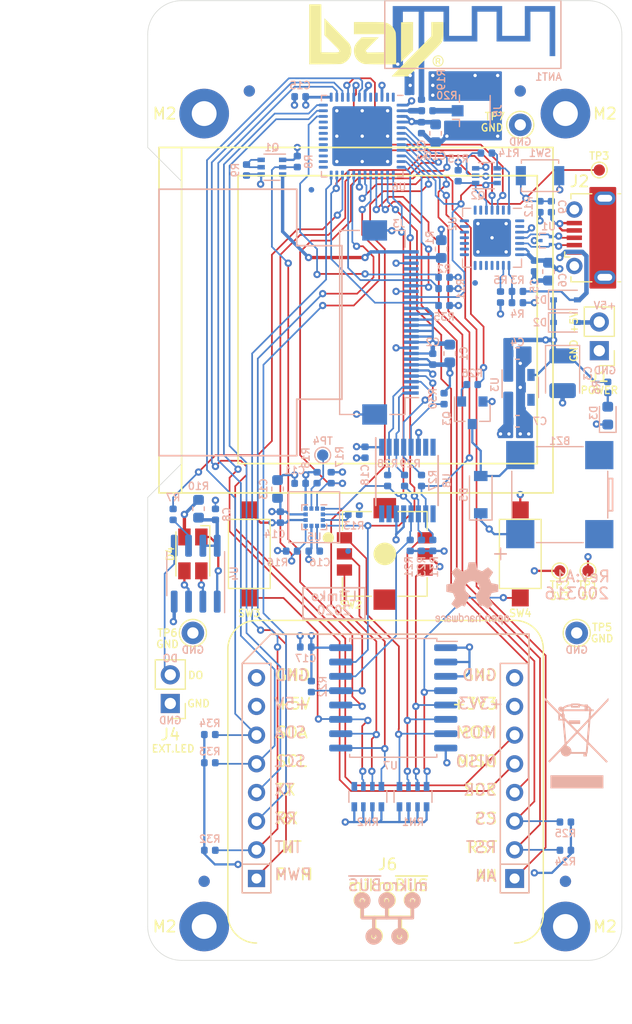
<source format=kicad_pcb>
(kicad_pcb (version 20211014) (generator pcbnew)
  (title_block (title "BAYBIT") (rev "A0") (company "Bay Zoltan Nonprofit Ltd.") (comment 1 "laszlo.timko@bayzoltan.hu") (comment 2 "LTimko"))
  (layers (0 "F.Cu" signal) (1 "In1.Cu" power) (2 "In2.Cu" power) (31 "B.Cu" signal) (34 "B.Paste" user) (35 "F.Paste" user) (36 "B.SilkS" user "B.Silkscreen") (37 "F.SilkS" user "F.Silkscreen") (38 "B.Mask" user) (39 "F.Mask" user) (44 "Edge.Cuts" user))
  (net 0 "")
  (net 1 "+5V")
  (net 2 "GND")
  (net 3 "+3V3")
  (net 4 "VBUS")
  (net 5 "VIN_5V")
  (net 6 "Net-(D3-Pad2)")
  (net 7 "Net-(BZ1-Pad2)")
  (net 8 "Net-(J3-Pad4)")
  (net 9 "RTS")
  (net 10 "Net-(Q1-Pad5)")
  (net 11 "DTR")
  (net 12 "Net-(R3-Pad1)")
  (net 13 "Net-(R7-Pad2)")
  (net 14 "I2C0_SCL")
  (net 15 "I2C0_SDA")
  (net 16 "BUZZER")
  (net 17 "JOY_A")
  (net 18 "JOY_CENTER")
  (net 19 "JOY_C")
  (net 20 "JOY_B")
  (net 21 "JOY_D")
  (net 22 "SW1")
  (net 23 "SW2")
  (net 24 "Net-(U3-Pad4)")
  (net 25 "ESP_TXD")
  (net 26 "ESP_RXD")
  (net 27 "Net-(U6-Pad25)")
  (net 28 "Net-(U6-Pad26)")
  (net 29 "Net-(U6-Pad27)")
  (net 30 "Net-(U6-Pad28)")
  (net 31 "Net-(U6-Pad29)")
  (net 32 "Net-(U6-Pad30)")
  (net 33 "Net-(U6-Pad31)")
  (net 34 "Net-(U6-Pad32)")
  (net 35 "Net-(U6-Pad33)")
  (net 36 "Net-(U6-Pad44)")
  (net 37 "Net-(U6-Pad45)")
  (net 38 "Net-(U6-Pad47)")
  (net 39 "Net-(U6-Pad48)")
  (net 40 "GPIOEXP_INT")
  (net 41 "TOUCH_Y+")
  (net 42 "TOUCH_X+")
  (net 43 "TOUCH_Y-")
  (net 44 "TOUCH_X-")
  (net 45 "TFT_MOSI")
  (net 46 "TFT_MISO")
  (net 47 "TFT_CLK")
  (net 48 "TFT_CS")
  (net 49 "/TFT_LED_K")
  (net 50 "TFT_LED_A")
  (net 51 "TFT_BL_EN")
  (net 52 "Net-(U8-Pad16)")
  (net 53 "TOUCH_INT")
  (net 54 "LED_DRV")
  (net 55 "MB_PWM")
  (net 56 "MB_INT")
  (net 57 "MB_RX")
  (net 58 "MB_TX")
  (net 59 "MB_SCL")
  (net 60 "MB_SDA")
  (net 61 "MB_MOSI")
  (net 62 "MB_MISO")
  (net 63 "MB_SCK")
  (net 64 "MB_CS")
  (net 65 "MB_RST")
  (net 66 "MB_AN")
  (net 67 "MAG_INT")
  (net 68 "ACCEL_INT")
  (net 69 "/USB_DP")
  (net 70 "/USB_DM")
  (net 71 "/ANT_PCB")
  (net 72 "/ANT_UFL")
  (net 73 "/LNA_IN")
  (net 74 "/LED_DO")
  (net 75 "Net-(Q2-Pad2)")
  (net 76 "Net-(Q2-Pad5)")
  (net 77 "Net-(Q3-Pad1)")
  (net 78 "Net-(U2-Pad27)")
  (net 79 "Net-(U2-Pad23)")
  (net 80 "Net-(U2-Pad22)")
  (net 81 "Net-(U2-Pad21)")
  (net 82 "Net-(U2-Pad20)")
  (net 83 "Net-(U2-Pad19)")
  (net 84 "Net-(U2-Pad18)")
  (net 85 "Net-(U2-Pad17)")
  (net 86 "Net-(U2-Pad16)")
  (net 87 "Net-(U2-Pad15)")
  (net 88 "Net-(U2-Pad14)")
  (net 89 "Net-(U2-Pad13)")
  (net 90 "Net-(U2-Pad12)")
  (net 91 "Net-(U2-Pad10)")
  (net 92 "Net-(U2-Pad2)")
  (net 93 "Net-(U2-Pad1)")
  (net 94 "Net-(RN2-Pad1)")
  (net 95 "Net-(U2-Pad11)")
  (net 96 "RST")
  (net 97 "Net-(C8-Pad1)")
  (net 98 "Net-(C16-Pad1)")
  (net 99 "Net-(R5-Pad1)")
  (net 100 "Net-(R13-Pad1)")
  (net 101 "Net-(R18-Pad1)")
  (net 102 "/L_B")
  (net 103 "/L_G")
  (net 104 "/L_R")
  (footprint "Button_Switch_SMD:SW_SPST_CK_RS282G05A3" (layer "F.Cu") (at 188 94 90)
    (fp_text reference "SW4")
    (fp_text value "RS282G05A3" hide)
  )
  (footprint "MountingHole:MountingHole_2.2mm_M2_Pad" (layer "F.Cu") (at 160 55)
    (fp_text reference "REF**" hide)
    (fp_text value "MountingHole_2.2mm_M2_Pad" hide)
  )
  (footprint "MountingHole:MountingHole_2.2mm_M2_Pad" (layer "F.Cu") (at 192 127)
    (fp_text reference "REF**" hide)
    (fp_text value "MountingHole_2.2mm_M2_Pad" hide)
  )
  (footprint "MountingHole:MountingHole_2.2mm_M2_Pad" (layer "F.Cu") (at 160 127)
    (fp_text reference "REF**" hide)
    (fp_text value "MountingHole_2.2mm_M2_Pad" hide)
  )
  (footprint "MountingHole:MountingHole_2.2mm_M2_Pad" (layer "F.Cu") (at 192 55)
    (fp_text reference "REF**" hide)
    (fp_text value "MountingHole_2.2mm_M2_Pad" hide)
  )
  (footprint "Connector_PinHeader_2.54mm:PinHeader_1x02_P2.54mm_Vertical" (layer "F.Cu") (at 195 76 180)
    (fp_text reference "J1")
    (fp_text value "EXT_PWR DNI" hide)
  )
  (footprint "Connector_USB:USB_Micro-B_Molex-105017-0001" (layer "F.Cu") (at 194.25 66 90)
    (fp_text reference "J2")
    (fp_text value "USB_B_Micro" hide)
  )
  (footprint "LED_SMD:LED_Avago_PLCC4_3.2x2.8mm_CW" (layer "F.Cu") (at 159 94 -90)
    (fp_text reference "D4")
    (fp_text value "ASMB-MTB1-0A3A2" hide)
  )
  (footprint "baybit:ALPS_SKRH" (layer "F.Cu") (at 176 94)
    (fp_text reference "SW2")
    (fp_text value "ALPS_SKRH" hide)
  )
  (footprint "Button_Switch_SMD:SW_SPST_CK_RS282G05A3" (layer "F.Cu") (at 164 94 90)
    (fp_text reference "SW3")
    (fp_text value "RS282G05A3" hide)
  )
  (footprint "baybit:ER-TFT1.44-1" (layer "F.Cu") (at 176 73 -90)
    (fp_text reference "REF**" hide)
    (fp_text value "ER-TFT1.44-1" hide)
  )
  (footprint "TestPoint:TestPoint_THTPad_D2.0mm_Drill1.0mm" (layer "F.Cu") (at 159 101)
    (fp_text reference "TP6")
    (fp_text value "GND" hide)
  )
  (footprint "Fiducial:Fiducial_1mm_Mask2mm" (layer "F.Cu") (at 164 53)
    (fp_text reference "REF**" hide)
    (fp_text value "Fiducial_1mm_Mask2mm" hide)
  )
  (footprint "Fiducial:Fiducial_1mm_Mask2mm" (layer "F.Cu") (at 188 53)
    (fp_text reference "REF**" hide)
    (fp_text value "Fiducial_1mm_Mask2mm" hide)
  )
  (footprint "Fiducial:Fiducial_1mm_Mask2mm" (layer "F.Cu") (at 160 123)
    (fp_text reference "REF**" hide)
    (fp_text value "Fiducial_1mm_Mask2mm" hide)
  )
  (footprint "Fiducial:Fiducial_1mm_Mask2mm" (layer "F.Cu") (at 192 123)
    (fp_text reference "REF**" hide)
    (fp_text value "Fiducial_1mm_Mask2mm" hide)
  )
  (footprint "baybit:MIKROBUS_HOST_CONN" (layer "F.Cu") (at 176.5 113.75 180)
    (fp_text reference "J6")
    (fp_text value "MIKROBUS_HOST_CONN 8+8P" hide)
  )
  (footprint "TestPoint:TestPoint_Pad_D1.0mm" (layer "F.Cu") (at 194 95.5)
    (fp_text reference "TP1")
    (fp_text value "5V" hide)
  )
  (footprint "TestPoint:TestPoint_Pad_D1.0mm" (layer "F.Cu") (at 191.5 95.5)
    (fp_text reference "TP2")
    (fp_text value "3V3" hide)
  )
  (footprint "TestPoint:TestPoint_Pad_D1.0mm" (layer "F.Cu") (at 195 60)
    (fp_text reference "TP3")
    (fp_text value "RST" hide)
  )
  (footprint "baybit:Logo_BAY" (layer "F.Cu") (at 175.25 48.5)
    (fp_text reference "G***" hide)
    (fp_text value "LOGO" hide)
  )
  (footprint "Connector_PinHeader_2.54mm:PinHeader_1x02_P2.54mm_Vertical" (layer "F.Cu") (at 157 107.25 180)
    (fp_text reference "J4")
    (fp_text value "EXT_LED DNI" hide)
  )
  (footprint "TestPoint:TestPoint_THTPad_D2.0mm_Drill1.0mm" (layer "F.Cu") (at 188 56)
    (fp_text reference "TP7")
    (fp_text value "GND" hide)
  )
  (footprint "TestPoint:TestPoint_THTPad_D2.0mm_Drill1.0mm" (layer "F.Cu") (at 193 101)
    (fp_text reference "TP5")
    (fp_text value "GND" hide)
  )
  (footprint "Resistor_SMD:R_0402_1005Metric" (layer "B.Cu") (at 192 120.25)
    (fp_text reference "R24")
    (fp_text value "10k" hide)
  )
  (footprint "Resistor_SMD:R_0402_1005Metric" (layer "B.Cu") (at 177.75 87.5 90)
    (fp_text reference "R29")
    (fp_text value "0 DNI" hide)
  )
  (footprint "Capacitor_SMD:C_0402_1005Metric" (layer "B.Cu") (at 180.25 76.75 90)
    (fp_text reference "C2")
    (fp_text value "100n" hide)
  )
  (footprint "Resistor_SMD:R_0402_1005Metric" (layer "B.Cu") (at 160.5 110 180)
    (fp_text reference "R34")
    (fp_text value "10k" hide)
  )
  (footprint "Resistor_SMD:R_0402_1005Metric" (layer "B.Cu") (at 183.75 79 180)
    (fp_text reference "R26")
    (fp_text value "1k" hide)
  )
  (footprint "RF_Antenna:Texas_SWRA117D_2.4GHz_Left" (layer "B.Cu") (at 179.25 50.625 180)
    (fp_text reference "ANT1")
    (fp_text value "PCB_Antenna_MIFA" hide)
  )
  (footprint "Resistor_SMD:R_0402_1005Metric" (layer "B.Cu") (at 181.25 69.5)
    (fp_text reference "R2")
    (fp_text value "10k" hide)
  )
  (footprint "Package_SO:TSSOP-16_4.4x5mm_P0.65mm" (layer "B.Cu") (at 178 87.5 -90)
    (fp_text reference "U8")
    (fp_text value "TSC2007IPW" hide)
  )
  (footprint "Resistor_SMD:R_0402_1005Metric" (layer "B.Cu") (at 179.75 54.75)
    (fp_text reference "R20")
    (fp_text value "0 DNI" hide)
  )
  (footprint "Resistor_SMD:R_0402_1005Metric" (layer "B.Cu") (at 181.25 70.5 180)
    (fp_text reference "R11")
    (fp_text value "10k DNI" hide)
  )
  (footprint "Resistor_SMD:R_0402_1005Metric" (layer "B.Cu") (at 176.25 87.5 90)
    (fp_text reference "R28")
    (fp_text value "0 DNI" hide)
  )
  (footprint "baybit:BUZZER_SMT_85X85X32" (layer "B.Cu") (at 191.5 88.75 90)
    (fp_text reference "BZ1")
    (fp_text value "SMT-8540C" hide)
  )
  (footprint "Resistor_SMD:R_0402_1005Metric" (layer "B.Cu") (at 169.5 105.75 90)
    (fp_text reference "R22")
    (fp_text value "10k" hide)
  )
  (footprint "Resistor_SMD:R_0603_1608Metric" (layer "B.Cu") (at 159.5 90 -90)
    (fp_text reference "R10")
    (fp_text value "100" hide)
  )
  (footprint "Resistor_SMD:R_0402_1005Metric" (layer "B.Cu") (at 179.25 93.25 -90)
    (fp_text reference "R23")
    (fp_text value "10k" hide)
  )
  (footprint "Resistor_SMD:R_0402_1005Metric" (layer "B.Cu") (at 160.5 120.25 180)
    (fp_text reference "R32")
    (fp_text value "10k" hide)
  )
  (footprint "baybit:Hirose_FH12A-26S-0.5SH_1x26-1MP_P0.50mm_Horizontal" (layer "B.Cu") (at 176.5 73.5 90)
    (fp_text reference "J3")
    (fp_text value "ER-TFT1.44-1" hide)
  )
  (footprint "Resistor_SMD:R_0402_1005Metric" (layer "B.Cu") (at 160.5 112.5 180)
    (fp_text reference "R33")
    (fp_text value "10k" hide)
  )
  (footprint "Resistor_SMD:R_0603_1608Metric" (layer "B.Cu") (at 181 67 -90)
    (fp_text reference "R1")
    (fp_text value "100" hide)
  )
  (footprint "Capacitor_SMD:C_0402_1005Metric" (layer "B.Cu") (at 174.25 85 90)
    (fp_text reference "C18")
    (fp_text value "100n" hide)
  )
  (footprint "Diode_SMD:D_SOD-123" (layer "B.Cu") (at 184.5 88.75 90)
    (fp_text reference "D5")
    (fp_text value "1N4148W-7-F" hide)
  )
  (footprint "Resistor_SMD:R_Array_Convex_4x0603" (layer "B.Cu") (at 178.5 115.5 -90)
    (fp_text reference "RN1")
    (fp_text value "10k" hide)
  )
  (footprint "Resistor_SMD:R_Array_Convex_4x0603" (layer "B.Cu") (at 174.5 115.5 -90)
    (fp_text reference "RN2")
    (fp_text value "10k" hide)
  )
  (footprint "Resistor_SMD:R_0402_1005Metric" (layer "B.Cu") (at 180.25 93.25 -90)
    (fp_text reference "R31")
    (fp_text value "10k" hide)
  )
  (footprint "Package_SO:SOIC-16W_7.5x10.3mm_P1.27mm" (layer "B.Cu") (at 176.75 106.75 180)
    (fp_text reference "U7")
    (fp_text value "PCF8574-SO16" hide)
  )
  (footprint "Resistor_SMD:R_0402_1005Metric" (layer "B.Cu") (at 192 117.75)
    (fp_text reference "R25")
    (fp_text value "10k" hide)
  )
  (footprint "Resistor_SMD:R_0402_1005Metric" (layer "B.Cu") (at 179.25 87.5 90)
    (fp_text reference "R27")
    (fp_text value "0 DNI" hide)
  )
  (footprint "Capacitor_SMD:C_0402_1005Metric" (layer "B.Cu") (at 179.25 56.25 -90)
    (fp_text reference "C12")
    (fp_text value "100n" hide)
  )
  (footprint "Resistor_SMD:R_0402_1005Metric" (layer "B.Cu") (at 163.75 60 -90)
    (fp_text reference "R9")
    (fp_text value "10k" hide)
  )
  (footprint "Resistor_SMD:R_0402_1005Metric" (layer "B.Cu") (at 168.25 59.25 -90)
    (fp_text reference "R8")
    (fp_text value "10k" hide)
  )
  (footprint "Package_TO_SOT_SMD:SOT-363_SC-70-6" (layer "B.Cu") (at 166 59.75 180)
    (fp_text reference "Q1")
    (fp_text value "BSD235C" hide)
  )
  (footprint "Capacitor_SMD:C_0402_1005Metric" (layer "B.Cu") (at 168.5 53.5 180)
    (fp_text reference "C15")
    (fp_text value "100n" hide)
  )
  (footprint "Package_DFN_QFN:QFN-48-1EP_7x7mm_P0.5mm_EP5.3x5.3mm" (layer "B.Cu") (at 174 57 180)
    (fp_text reference "U6")
    (fp_text value "ESP32-PICO-D4" hide)
  )
  (footprint "Package_DFN_QFN:QFN-28-1EP_5x5mm_P0.5mm_EP3.35x3.35mm" (layer "B.Cu") (at 185.5 66 180)
    (fp_text reference "U2")
    (fp_text value "CP2102N-Axx-GQFN28" hide)
  )
  (footprint "Resistor_SMD:R_0402_1005Metric" (layer "B.Cu") (at 187.75 71.75 180)
    (fp_text reference "R4")
    (fp_text value "47.5k" hide)
  )
  (footprint "Capacitor_SMD:C_0402_1005Metric" (layer "B.Cu") (at 189.25 68.5 90)
    (fp_text reference "C5")
    (fp_text value "100n" hide)
  )
  (footprint "Capacitor_SMD:C_0603_1608Metric" (layer "B.Cu") (at 187.75 82.25)
    (fp_text reference "C7")
    (fp_text value "10u" hide)
  )
  (footprint "Capacitor_SMD:C_0402_1005Metric" (layer "B.Cu") (at 190.75 63.25 -90)
    (fp_text reference "C9")
    (fp_text value "1u" hide)
  )
  (footprint "Package_TO_SOT_SMD:SOT-363_SC-70-6" (layer "B.Cu") (at 185 60.5)
    (fp_text reference "Q2")
    (fp_text value "BC847BS" hide)
  )
  (footprint "Resistor_SMD:R_0402_1005Metric" (layer "B.Cu") (at 195.75 79.25 90)
    (fp_text reference "R6")
    (fp_text value "1k" hide)
  )
  (footprint "Resistor_SMD:R_0402_1005Metric" (layer "B.Cu") (at 189.75 63.25 -90)
    (fp_text reference "R12")
    (fp_text value "10k" hide)
  )
  (footprint "Resistor_SMD:R_0402_1005Metric" (layer "B.Cu") (at 187.75 70.75)
    (fp_text reference "R3")
    (fp_text value "22.1k" hide)
  )
  (footprint "Capacitor_SMD:C_0603_1608Metric" (layer "B.Cu") (at 187.75 76.25)
    (fp_text reference "C4")
    (fp_text value "10u" hide)
  )
  (footprint "Package_TO_SOT_SMD:SOT-23-5" (layer "B.Cu") (at 188 79.25 -90)
    (fp_text reference "U3")
    (fp_text value "XC6220B331MR" hide)
  )
  (footprint "Package_TO_SOT_SMD:Texas_DRT-3" (layer "B.Cu") (at 190.25 66.25 -90)
    (fp_text reference "U1")
    (fp_text value "TPD2EUSB30A" hide)
  )
  (footprint "Button_Switch_SMD:SW_SPST_B3U-1000P" (layer "B.Cu") (at 189.75 60.5 180)
    (fp_text reference "SW1")
    (fp_text value "B3U-1000P" hide)
  )
  (footprint "Capacitor_SMD:C_0603_1608Metric" (layer "B.Cu") (at 190.5 69 -90)
    (fp_text reference "C6")
    (fp_text value "4.7u" hide)
  )
  (footprint "LED_SMD:LED_0603_1608Metric" (layer "B.Cu") (at 195.75 81.75 90)
    (fp_text reference "D3")
    (fp_text value "RED" hide)
  )
  (footprint "Capacitor_Tantalum_SMD:CP_EIA-3528-21_Kemet-B" (layer "B.Cu") (at 191.75 78 -90)
    (fp_text reference "C3")
    (fp_text value "100u" hide)
  )
  (footprint "Connector_Coaxial:U.FL_Hirose_U.FL-R-SMT-1_Vertical" (layer "B.Cu") (at 183.5 54.75)
    (fp_text reference "J5")
    (fp_text value "U_FL DNI" hide)
  )
  (footprint "Resistor_SMD:R_0402_1005Metric" (layer "B.Cu") (at 186.25 71.25 -90)
    (fp_text reference "R5")
    (fp_text value "1k" hide)
  )
  (footprint "Diode_SMD:D_SOD-323" (layer "B.Cu") (at 192 71.5)
    (fp_text reference "D1")
    (fp_text value "BAT60A" hide)
  )
  (footprint "Resistor_SMD:R_0402_1005Metric" (layer "B.Cu") (at 182.5 60.5 -90)
    (fp_text reference "R15")
    (fp_text value "10k" hide)
  )
  (footprint "Resistor_SMD:R_0402_1005Metric" (layer "B.Cu") (at 185 58.5)
    (fp_text reference "R14")
    (fp_text value "10k" hide)
  )
  (footprint "Capacitor_SMD:C_0402_1005Metric" (layer "B.Cu") (at 168.5 87.75)
    (fp_text reference "C11")
    (fp_text value "100n" hide)
  )
  (footprint "Resistor_SMD:R_0402_1005Metric" (layer "B.Cu") (at 173.25 90.5)
    (fp_text reference "R13")
    (fp_text value "10k" hide)
  )
  (footprint "Package_LGA:LGA-12_2x2mm_P0.5mm" (layer "B.Cu") (at 169.75 90.75 180)
    (fp_text reference "U5")
    (fp_text value "LSM303AGR" hide)
  )
  (footprint "Capacitor_SMD:C_0603_1608Metric" (layer "B.Cu") (at 166.5 88.25 90)
    (fp_text reference "C13")
    (fp_text value "10u" hide)
  )
  (footprint "Resistor_SMD:R_0402_1005Metric" (layer "B.Cu") (at 171.25 87.25 90)
    (fp_text reference "R17")
    (fp_text value "10k" hide)
  )
  (footprint "Capacitor_SMD:C_0402_1005Metric" (layer "B.Cu") (at 169.75 93.75 180)
    (fp_text reference "C16")
    (fp_text value "220n" hide)
  )
  (footprint "Resistor_SMD:R_0402_1005Metric" (layer "B.Cu") (at 167.75 93.75 180)
    (fp_text reference "R16")
    (fp_text value "10k" hide)
  )
  (footprint "Capacitor_SMD:C_0402_1005Metric" (layer "B.Cu") (at 166.75 90.75 -90)
    (fp_text reference "C14")
    (fp_text value "100n" hide)
  )
  (footprint "Resistor_SMD:R_0402_1005Metric" (layer "B.Cu") (at 179.25 54.25 -90)
    (fp_text reference "R19")
    (fp_text value "0" hide)
  )
  (footprint "Capacitor_SMD:C_0603_1608Metric" (layer "B.Cu") (at 180.5 56.75 90)
    (fp_text reference "C10")
    (fp_text value "10u" hide)
  )
  (footprint "Resistor_SMD:R_0402_1005Metric" (layer "B.Cu") (at 178.25 93.25 -90)
    (fp_text reference "R21")
    (fp_text value "10k" hide)
  )
  (footprint "Capacitor_SMD:C_0402_1005Metric" (layer "B.Cu") (at 169 102.25)
    (fp_text reference "C17")
    (fp_text value "100n" hide)
  )
  (footprint "TestPoint:TestPoint_Pad_D1.0mm" (layer "B.Cu") (at 170.5 85.25)
    (fp_text reference "TP4")
    (fp_text value "INT_2_XL" hide)
  )
  (footprint "Capacitor_SMD:C_0603_1608Metric" (layer "B.Cu") (at 181.75 76.25 -90)
    (fp_text reference "C1")
    (fp_text value "10u" hide)
  )
  (footprint "Fiducial:Fiducial_1mm_Mask2mm" (layer "B.Cu") (at 164 53)
    (fp_text reference "REF**" hide)
    (fp_text value "Fiducial_1mm_Mask2mm" hide)
  )
  (footprint "Fiducial:Fiducial_1mm_Mask2mm" (layer "B.Cu") (at 188 53)
    (fp_text reference "REF**" hide)
    (fp_text value "Fiducial_1mm_Mask2mm" hide)
  )
  (footprint "Fiducial:Fiducial_1mm_Mask2mm" (layer "B.Cu") (at 160 123)
    (fp_text reference "REF**" hide)
    (fp_text value "Fiducial_1mm_Mask2mm" hide)
  )
  (footprint "Fiducial:Fiducial_1mm_Mask2mm" (layer "B.Cu") (at 192 123)
    (fp_text reference "REF**" hide)
    (fp_text value "Fiducial_1mm_Mask2mm" hide)
  )
  (footprint "Resistor_SMD:R_0402_1005Metric" (layer "B.Cu") (at 170 87.25 90)
    (fp_text reference "R18")
    (fp_text value "10k" hide)
  )
  (footprint "Fiducial:Fiducial_0.5mm_Mask1mm" (layer "B.Cu") (at 169.5 61.75)
    (fp_text reference "REF**" hide)
    (fp_text value "Fiducial_0.5mm_Mask1mm" hide)
  )
  (footprint "Fiducial:Fiducial_0.5mm_Mask1mm" (layer "B.Cu") (at 172.75 93.75)
    (fp_text reference "REF**" hide)
    (fp_text value "Fiducial_0.5mm_Mask1mm" hide)
  )
  (footprint "Symbol:WEEE-Logo_5.6x8mm_SilkScreen" (layer "B.Cu") (at 193 110.75 180)
    (fp_text reference "REF**" hide)
    (fp_text value "WEEE-Logo_5.6x8mm_SilkScreen" hide)
  )
  (footprint "Symbol:OSHW-Logo2_7.3x6mm_SilkScreen" (layer "B.Cu") (at 183.75 97.5 180)
    (fp_text reference "REF**" hide)
    (fp_text value "OSHW-Logo2_7.3x6mm_SilkScreen" hide)
  )
  (footprint "Package_TO_SOT_SMD:SOT-23" (layer "B.Cu") (at 183.75 81.5 -90)
    (fp_text reference "Q3")
    (fp_text value "BC848" hide)
  )
  (footprint "Diode_SMD:D_SOD-323" (layer "B.Cu") (at 192 73.5)
    (fp_text reference "D2")
    (fp_text value "BAT60A" hide)
  )
  (footprint "Resistor_SMD:R_0402_1005Metric" (layer "B.Cu") (at 181.25 80.25 -90)
    (fp_text reference "R30")
    (fp_text value "0 DNI" hide)
  )
  (footprint "Fiducial:Fiducial_0.5mm_Mask1mm" (layer "B.Cu") (at 184 70)
    (fp_text reference "REF**" hide)
    (fp_text value "Fiducial_0.5mm_Mask1mm" hide)
  )
  (footprint "Resistor_SMD:R_0402_1005Metric" (layer "B.Cu") (at 157.25 90.5 -90)
    (fp_text reference "R7")
    (fp_text value "33" hide)
  )
  (footprint "Package_SO:SOIC-8_3.9x4.9mm_P1.27mm" (layer "B.Cu") (at 159.25 95.75 90)
    (fp_text reference "U4")
    (fp_text value "WS2811" hide)
  )
  (footprint "Capacitor_SMD:C_0402_1005Metric" (layer "B.Cu") (at 161 90.5 90)
    (fp_text reference "C8")
    (fp_text value "100n" hide)
  )
  (footprint "Resistor_SMD:R_0402_1005Metric" (layer "B.Cu") (at 181.25 72)
    (fp_text reference "R35")
    (fp_text value "10k")
  )
  (gr_line (start 172 93) (end 167.5 93) (layer "B.SilkS") (width 0.12))
  (gr_line (start 191.6 51) (end 191.6 45) (layer "B.SilkS") (width 0.12))
  (gr_line (start 167.5 93) (end 167.5 88.5) (layer "B.SilkS") (width 0.12))
  (gr_line (start 174.25 99.75) (end 168.75 99.75) (layer "B.SilkS") (width 0.15))
  (gr_line (start 172 88.5) (end 172 93) (layer "B.SilkS") (width 0.12))
  (gr_line (start 168.75 99.75) (end 168.75 97) (layer "B.SilkS") (width 0.15))
  (gr_line (start 176 51) (end 191.6 51) (layer "B.SilkS") (width 0.12))
  (gr_line (start 176 45) (end 176 51) (layer "B.SilkS") (width 0.12))
  (gr_line (start 191.6 45) (end 176 45) (layer "B.SilkS") (width 0.12))
  (gr_line (start 168.75 97) (end 174.25 97) (layer "B.SilkS") (width 0.15))
  (gr_line (start 174.25 97) (end 174.25 99.75) (layer "B.SilkS") (width 0.15))
  (gr_line (start 167.5 88.5) (end 172 88.5) (layer "B.SilkS") (width 0.12))
  (gr_line (start 194 130) (end 158 130) (layer "Edge.Cuts") (width 0.05))
  (gr_line (start 158 45) (end 194 45) (layer "Edge.Cuts") (width 0.05))
  (gr_line (start 197 48) (end 197 127) (layer "Edge.Cuts") (width 0.05))
  (gr_line (start 155 48) (end 155 58) (layer "Edge.Cuts") (width 0.05))
  (gr_line (start 155 89) (end 155 127) (layer "Edge.Cuts") (width 0.05))
  (gr_arc (start 197 127) (mid 196.12132 129.12132) (end 194 130) (layer "Edge.Cuts") (width 0.05))
  (gr_arc (start 194 45) (mid 196.12132 45.87868) (end 197 48) (layer "Edge.Cuts") (width 0.05))
  (gr_line (start 158 61) (end 155 58) (layer "Edge.Cuts") (width 0.05))
  (gr_arc (start 158 130) (mid 155.87868 129.12132) (end 155 127) (layer "Edge.Cuts") (width 0.05))
  (gr_line (start 158 86) (end 158 61) (layer "Edge.Cuts") (width 0.05))
  (gr_arc (start 155 48) (mid 155.87868 45.87868) (end 158 45) (layer "Edge.Cuts") (width 0.05))
  (gr_line (start 155 89) (end 158 86) (layer "Edge.Cuts") (width 0.05))
  (gr_text "200316" (at 193 97.5) (layer "B.SilkS") (effects (font (size 1 1)) (justify mirror)))
  (gr_text "GND" (at 188 57.5) (layer "B.SilkS") (effects (font (size 0.65 0.65) (thickness 0.12)) (justify mirror)))
  (gr_text "GND" (at 193 102.5) (layer "B.SilkS") (effects (font (size 0.65 0.65) (thickness 0.12)) (justify mirror)))
  (gr_text "GND" (at 159 102.5) (layer "B.SilkS") (effects (font (size 0.65 0.65) (thickness 0.12)) (justify mirror)))
  (gr_text "GND" (at 157 108.75) (layer "B.SilkS") (effects (font (size 0.65 0.65) (thickness 0.12)) (justify mirror)))
  (gr_text "Rev:A1" (at 193.5 96) (layer "B.SilkS") (effects (font (size 1 1)) (justify mirror)))
  (gr_text "2020" (at 171.5 99) (layer "B.SilkS") (effects (font (size 0.8 0.8)) (justify mirror)))
  (gr_text "LTimko" (at 171.5 97.75) (layer "B.SilkS") (effects (font (size 0.8 0.8)) (justify mirror)))
  (gr_text "DO" (at 157 103.25) (layer "B.SilkS") (effects (font (size 0.65 0.65) (thickness 0.12)) (justify mirror)))
  (gr_text "GND" (at 195.5 77.75) (layer "B.SilkS") (effects (font (size 0.65 0.65) (thickness 0.12)) (justify mirror)))
  (gr_text "+5V" (at 195.5 72) (layer "B.SilkS") (effects (font (size 0.65 0.65) (thickness 0.12)) (justify mirror)))
  (gr_text "EXT.LED" (at 157.25 111.25) (layer "F.SilkS") (effects (font (size 0.65 0.65) (thickness 0.12))))
  (gr_text "POWER" (at 195 79.5) (layer "F.SilkS") (effects (font (size 0.65 0.65) (thickness 0.12))))
  (gr_text "GND" (at 195.25 101.5) (layer "F.SilkS") (effects (font (size 0.65 0.65) (thickness 0.12))))
  (gr_text "GND" (at 156.75 102) (layer "F.SilkS") (effects (font (size 0.65 0.65) (thickness 0.12))))
  (gr_text "GND" (at 185.5 56.25) (layer "F.SilkS") (effects (font (size 0.65 0.65) (thickness 0.12))))
  (gr_text "M2" (at 195.5 55) (layer "F.SilkS") (effects (font (size 1 1))))
  (gr_text "GND" (at 159.5 107.25) (layer "F.SilkS") (effects (font (size 0.65 0.65) (thickness 0.12))))
  (gr_text "M2" (at 156.5 55) (layer "F.SilkS") (effects (font (size 1 1))))
  (gr_text "+5V" (at 192.75 73.5 90) (layer "F.SilkS") (effects (font (size 0.65 0.65) (thickness 0.12))))
  (gr_text "M2" (at 156.5 127) (layer "F.SilkS") (effects (font (size 1 1))))
  (gr_text "M2" (at 195.5 127) (layer "F.SilkS") (effects (font (size 1 1))))
  (gr_text "5V" (at 194 97.75) (layer "F.SilkS") (effects (font (size 0.65 0.65) (thickness 0.12))))
  (gr_text "DO" (at 159.25 104.75) (layer "F.SilkS") (effects (font (size 0.65 0.65) (thickness 0.12))))
  (gr_text "GND" (at 192.75 76 90) (layer "F.SilkS") (effects (font (size 0.65 0.65) (thickness 0.12))))
  (gr_text "3V3" (at 191.5 97.75) (layer "F.SilkS") (effects (font (size 0.65 0.65) (thickness 0.12))))
  (segment (start 194 95.5) (end 194 94.25) (width 0.2) (layer "F.Cu") (net 1))
  (segment (start 158.25 92.5) (end 158.25 90.500022) (width 0.3) (layer "F.Cu") (net 1))
  (via (at 190.25 75.05) (size 0.65) (drill 0.3) (layers "F.Cu" "B.Cu") (net 1))
  (via (at 194 94.25) (size 0.65) (drill 0.3) (layers "F.Cu" "B.Cu") (net 1))
  (via (at 158.25 90.500022) (size 0.65) (drill 0.3) (layers "F.Cu" "B.Cu") (net 1))
  (via (at 190.95 75.05) (size 0.65) (drill 0.3) (layers "F.Cu" "B.Cu") (net 1))
  (segment (start 188.95 78.15) (end 189.475 78.15) (width 0.2) (layer "B.Cu") (net 1))
  (segment (start 189.475 78.15) (end 191.1625 76.4625) (width 0.2) (layer "B.Cu") (net 1))
  (segment (start 190.95 75.05) (end 187.2 75.05) (width 0.4) (layer "B.Cu") (net 1))
  (segment (start 190.95 75.825) (end 191.125 76) (width 0.4) (layer "B.Cu") (net 1))
  (segment (start 191.125 76) (end 191.2875 76) (width 0.4) (layer "B.Cu") (net 1))
  (segment (start 191.2875 76) (end 191.75 76.4625) (width 0.4) (layer "B.Cu") (net 1))
  (segment (start 194.64 78.765) (end 195.75 78.765) (width 0.2) (layer "B.Cu") (net 1))
  (segment (start 190.95 75.05) (end 190.95 75.825) (width 0.4) (layer "B.Cu") (net 1))
  (segment (start 158.25 90.5) (end 158.25 90.500022) (width 0.3) (layer "B.Cu") (net 1))
  (segment (start 191.1625 76.4625) (end 191.75 76.4625) (width 0.2) (layer "B.Cu") (net 1))
  (segment (start 159.5 89.25) (end 158.25 90.5) (width 0.3) (layer "B.Cu") (net 1))
  (segment (start 190.95 71.5) (end 190.95 73.5) (width 0.4) (layer "B.Cu") (net 1))
  (segment (start 192.3375 76.4625) (end 194.64 78.765) (width 0.2) (layer "B.Cu") (net 1))
  (segment (start 190.95 73.5) (end 190.95 75.05) (width 0.4) (layer "B.Cu") (net 1))
  (segment (start 191.75 76.4625) (end 192.3375 76.4625) (width 0.2) (layer "B.Cu") (net 1))
  (segment (start 159.5 89.2125) (end 159.5 89.25) (width 0.3) (layer "B.Cu") (net 1))
  (segment (start 191.725 65.35) (end 191.5 65.125) (width 0.2) (layer "F.Cu") (net 2))
  (segment (start 188 90.1) (end 188 88.75) (width 0.2) (layer "F.Cu") (net 2))
  (segment (start 164 90.235) (end 164 90.1) (width 0.2) (layer "F.Cu") (net 2))
  (segment (start 179.75 94) (end 180.875 95.125) (width 0.2) (layer "F.Cu") (net 2))
  (segment (start 179.575 94) (end 179.75 94) (width 0.2) (layer "F.Cu") (net 2))
  (segment (start 191.5 65.125) (end 191.5 64.75) (width 0.2) (layer "F.Cu") (net 2))
  (segment (start 165 91.235) (end 164 90.235) (width 0.2) (layer "F.Cu") (net 2))
  (segment (start 192.7875 64.7) (end 191.55 64.7) (width 0.2) (layer "F.Cu") (net 2))
  (segment (start 192.7875 65.35) (end 191.725 65.35) (width 0.2) (layer "F.Cu") (net 2))
  (segment (start 166.015 91.235) (end 165 91.235) (width 0.2) (layer "F.Cu") (net 2))
  (segment (start 191.55 64.7) (end 191.5 64.75) (width 0.2) (layer "F.Cu") (net 2))
  (via (at 176.25 57) (size 0.65) (drill 0.3) (layers "F.Cu" "B.Cu") (net 2))
  (via (at 171.75 57) (size 0.65) (drill 0.3) (layers "F.Cu" "B.Cu") (net 2))
  (via (at 171.75 59.25) (size 0.65) (drill 0.3) (layers "F.Cu" "B.Cu") (net 2))
  (via (at 176.25 59.25) (size 0.65) (drill 0.3) (layers "F.Cu" "B.Cu") (net 2))
  (via (at 174 59.25) (size 0.65) (drill 0.3) (layers "F.Cu" "B.Cu") (net 2))
  (via (at 171.75 54.75) (size 0.65) (drill 0.3) (layers "F.Cu" "B.Cu") (net 2))
  (via (at 174 54.75) (size 0.65) (drill 0.3) (layers "F.Cu" "B.Cu") (net 2))
  (via (at 176.25 54.75) (size 0.65) (drill 0.3) (layers "F.Cu" "B.Cu") (net 2))
  (via (at 184.25 67.25) (size 0.65) (drill 0.3) (layers "F.Cu" "B.Cu") (net 2))
  (via (at 186.75 67.25) (size 0.65) (drill 0.3) (layers "F.Cu" "B.Cu") (net 2))
  (via (at 186.75 64.75) (size 0.65) (drill 0.3) (layers "F.Cu" "B.Cu") (net 2))
  (via (at 184.25 64.75) (size 0.65) (drill 0.3) (layers "F.Cu" "B.Cu") (net 2))
  (via (at 188 77.125) (size 0.65) (drill 0.3) (layers "F.Cu" "B.Cu") (net 2))
  (via (at 180.25 53.375) (size 0.65) (drill 0.3) (layers "F.Cu" "B.Cu") (net 2))
  (via (at 180.25 52.5) (size 0.65) (drill 0.3) (layers "F.Cu" "B.Cu") (net 2))
  (via (at 180.25 51.625) (size 0.65) (drill 0.3) (layers "F.Cu" "B.Cu") (net 2))
  (via (at 184 51.625) (size 0.65) (drill 0.3) (layers "F.Cu" "B.Cu") (net 2))
  (via (at 186 51.625) (size 0.65) (drill 0.3) (layers "F.Cu" "B.Cu") (net 2))
  (via (at 186 57) (size 0.65) (drill 0.3) (layers "F.Cu" "B.Cu") (net 2))
  (via (at 178.25 51.625) (size 0.65) (drill 0.3) (layers "F.Cu" "B.Cu") (net 2))
  (via (at 178.25 52.5) (size 0.65) (drill 0.3) (layers "F.Cu" "B.Cu") (net 2))
  (via (at 188 79.25) (size 0.65) (drill 0.3) (layers "F.Cu" "B.Cu") (net 2))
  (via (at 168.25 58) (size 0.65) (drill 0.3) (layers "F.Cu" "B.Cu") (net 2))
  (via (at 191.5 61.75) (size 0.65) (drill 0.3) (layers "F.Cu" "B.Cu") (net 2))
  (via (at 177 70.75) (size 0.65) (drill 0.3) (layers "F.Cu" "B.Cu") (net 2))
  (via (at 188.75 83.375) (size 0.65) (drill 0.3) (layers "F.Cu" "B.Cu") (net 2))
  (via (at 157.275 100) (size 0.65) (drill 0.3) (layers "F.Cu" "B.Cu") (net 2))
  (via (at 188 83.375) (size 0.65) (drill 0.3) (layers "F.Cu" "B.Cu") (net 2))
  (via (at 185.5 66) (size 0.65) (drill 0.3) (layers "F.Cu" "B.Cu") (net 2))
  (via (at 191.75 80.625) (size 0.65) (drill 0.3) (layers "F.Cu" "B.Cu") (net 2))
  (via (at 161 89.25) (size 0.65) (drill 0.3) (layers "F.Cu" "B.Cu") (net 2))
  (via (at 191.5 64.75) (size 0.65) (drill 0.3) (layers "F.Cu" "B.Cu") (net 2))
  (via (at 179 83.25) (size 0.65) (drill 0.3) (layers "F.Cu" "B.Cu") (net 2))
  (via (at 177 68.25) (size 0.65) (drill 0.3) (layers "F.Cu" "B.Cu") (net 2))
  (via (at 182.5 70.5) (size 0.65) (drill 0.3) (layers "F.Cu" "B.Cu") (net 2))
  (via (at 168.015 87.015) (size 0.65) (drill 0.3) (layers "F.Cu" "B.Cu") (net 2))
  (via (at 168.5 101.25) (size 0.65) (drill 0.3) (layers "F.Cu" "B.Cu") (net 2))
  (via (at 180.875 95.125) (size 0.65) (drill 0.3) (layers "F.Cu" "B.Cu") (net 2))
  (via (at 189.25 71.75) (size 0.65) (drill 0.3) (layers "F.Cu" "B.Cu") (net 2))
  (via (at 180.25 78.074999) (size 0.65) (drill 0.3) (layers "F.Cu" "B.Cu") (net 2))
  (via (at 181.5 112.5) (size 0.65) (drill 0.3) (layers "F.Cu" "B.Cu") (net 2))
  (via (at 177 92.75) (size 0.65) (drill 0.3) (layers "F.Cu" "B.Cu") (net 2))
  (via (at 173.5 85.5) (size 0.65) (drill 0.3) (layers "F.Cu" "B.Cu") (net 2))
  (via (at 166.015 91.235) (size 0.65) (drill 0.3) (layers "F.Cu" "B.Cu") (net 2))
  (via (at 176.625 65.375) (size 0.65) (drill 0.3) (layers "F.Cu" "B.Cu") (net 2))
  (via (at 173.5 81.625) (size 0.65) (drill 0.3) (layers "F.Cu" "B.Cu") (net 2))
  (via (at 174 57) (size 0.65) (drill 0.3) (layers "F.Cu" "B.Cu") (net 2))
  (via (at 188 88.75) (size 0.65) (drill 0.3) (layers "F.Cu" "B.Cu") (net 2))
  (via (at 183.5 102.25) (size 0.65) (drill 0.3) (layers "F.Cu" "B.Cu") (net 2))
  (via (at 189 65.125) (size 0.65) (drill 0.3) (layers "F.Cu" "B.Cu") (net 2))
  (via (at 181.5 57) (size 0.65) (drill 0.3) (layers "F.Cu" "B.Cu") (net 2))
  (via (at 189.25 69.75) (size 0.65) (drill 0.3) (layers "F.Cu" "B.Cu") (net 2))
  (via (at 180.25 75.375) (size 0.65) (drill 0.3) (layers "F.Cu" "B.Cu") (net 2))
  (via (at 169.265 94.485) (size 0.65) (drill 0.3) (layers "F.Cu" "B.Cu") (net 2))
  (via (at 194.75 82.5) (size 0.65) (drill 0.3) (layers "F.Cu" "B.Cu") (net 2))
  (via (at 168 54.25) (size 0.65) (drill 0.3) (layers "F.Cu" "B.Cu") (net 2))
  (via (at 181 65.25) (size 0.65) (drill 0.3) (layers "F.Cu" "B.Cu") (net 2))
  (via (at 185.5 80.5) (size 0.65) (drill 0.3) (layers "F.Cu" "B.Cu") (net 2))
  (via (at 189.25 66.25) (size 0.65) (drill 0.3) (layers "F.Cu" "B.Cu") (net 2))
  (segment (start 167.265 91.235) (end 166.75 91.235) (width 0.2) (layer "B.Cu") (net 2))
  (segment (start 168.9875 91) (end 167.5 91) (width 0.2) (layer "B.Cu") (net 2))
  (segment (start 169.5 93.515) (end 169.265 93.75) (width 0.2) (layer "B.Cu") (net 2))
  (segment (start 169.5 91.5125) (end 169.5 93.515) (width 0.2) (layer "B.Cu") (net 2))
  (segment (start 167.5 91) (end 167.265 91.235) (width 0.2) (layer "B.Cu") (net 2))
  (segment (start 181.735 70.5) (end 182.5 70.5) (width 0.2) (layer "B.Cu") (net 2))
  (segment (start 177 92.25) (end 177 92.75) (width 0.2) (layer "B.Cu") (net 2))
  (segment (start 188.235 71.75) (end 189.25 71.75) (width 0.2) (layer "B.Cu") (net 2))
  (segment (start 179.25 56.735) (end 179.36 56.735) (width 0.4) (layer "B.Cu") (net 2))
  (segment (start 178.35 68.25) (end 177 68.25) (width 0.15) (layer "B.Cu") (net 2))
  (segment (start 194.7875 82.5375) (end 194.75 82.5) (width 0.2) (layer "B.Cu") (net 2))
  (segment (start 169.265 93.75) (end 169.265 94.485) (width 0.2) (layer "B.Cu") (net 2))
  (segment (start 189.2875 69.7875) (end 189.25 69.75) (width 0.2) (layer "B.Cu") (net 2))
  (segment (start 180.199999 78.074999) (end 180.25 78.074999) (width 0.2) (layer "B.Cu") (net 2))
  (segment (start 181 57.5) (end 181.5 57) (width 0.4) (layer "B.Cu") (net 2))
  (segment (start 180.125 75.25) (end 180.25 75.375) (width 0.2) (layer "B.Cu") (net 2))
  (segment (start 168.515 102.25) (end 168.515 101.265) (width 0.2) (layer "B.Cu") (net 2))
  (segment (start 177.025 92.225) (end 177 92.25) (width 0.2) (layer "B.Cu") (net 2))
  (segment (start 173.515 85.485) (end 173.5 85.5) (width 0.2) (layer "B.Cu") (net 2))
  (segment (start 157.345 98.225) (end 157.345 99.93) (width 0.3) (layer "B.Cu") (net 2))
  (segment (start 180.1625 57.5375) (end 180.5 57.5375) (width 0.4) (layer "B.Cu") (net 2))
  (segment (start 181 66.2125) (end 181 66.25) (width 0.3) (layer "B.Cu") (net 2))
  (segment (start 178.35 73.25) (end 180.25 73.25) (width 0.2) (layer "B.Cu") (net 2))
  (segment (start 178.35 76.25) (end 180.235 76.25) (width 0.2) (layer "B.Cu") (net 2))
  (segment (start 178.35 72.75) (end 180.25 72.75) (width 0.2) (layer "B.Cu") (net 2))
  (segment (start 166.5 87.4625) (end 166.5375 87.4625) (width 0.2) (layer "B.Cu") (net 2))
  (segment (start 175.1 81.65) (end 173.525 81.65) (width 0.2) (layer "B.Cu") (net 2))
  (segment (start 167.915 59.1) (end 168.25 58.765) (width 0.2) (layer "B.Cu") (net 2))
  (segment (start 183.425 103.575) (end 183.5 103.5) (width 0.2) (layer "B.Cu") (net 2))
  (segment (start 166.95 59.1) (end 167.915 59.1) (width 0.2) (layer "B.Cu") (net 2))
  (segment (start 195.75 82.5375) (end 194.7875 82.5375) (width 0.2) (layer "B.Cu") (net 2))
  (segment (start 190.75 63.735) (end 190.75 64.375) (width 0.2) (layer "B.Cu") (net 2))
  (segment (start 180.5 57.5375) (end 180.5 57.5) (width 0.4) (layer "B.Cu") (net 2))
  (segment (start 191.75 79.5375) (end 191.75 80.625) (width 0.4) (layer "B.Cu") (net 2))
  (segment (start 168.25 58.47) (end 168.25 58) (width 0.2) (layer "B.Cu") (net 2))
  (segment (start 178.35 75.25) (end 180.125 75.25) (width 0.2) (layer "B.Cu") (net 2))
  (segment (start 184.7 80.5) (end 185.5 80.5) (width 0.2) (layer "B.Cu") (net 2))
  (segment (start 178.975 84.55) (end 178.975 83.275) (width 0.2) (layer "B.Cu") (net 2))
  (segment (start 173.525 81.65) (end 173.5 81.625) (width 0.2) (layer "B.Cu") (net 2))
  (segment (start 183.155 104.845) (end 183.5 104.5) (width 0.2) (layer "B.Cu") (net 2))
  (segment (start 180.25 75.375) (end 181.6625 75.375) (width 0.4) (layer "B.Cu") (net 2))
  (segment (start 181.4 104.845) (end 183.155 104.845) (width 0.2) (layer "B.Cu") (net 2))
  (segment (start 166.985 87.015) (end 168.015 87.015) (width 0.2) (layer "B.Cu") (net 2))
  (segment (start 175.1 65.35) (end 176.6 65.35) (width 0.2) (layer "B.Cu") (net 2))
  (segment (start 180.25 73.75) (end 180.25 74.25) (width 0.2) (layer "B.Cu") (net 2))
  (segment (start 178.35 72.25) (end 179.75 72.25) (width 0.2) (layer "B.Cu") (net 2))
  (segment (start 161 90.015) (end 161 89.25) (width 0.15) (layer "B.Cu") (net 2))
  (segment (start 180.25 74.25) (end 180.25 74.75) (width 0.2) (layer "B.Cu") (net 2))
  (segment (start 178.35 74.75) (end 180.25 74.75) (width 0.2) (layer "B.Cu") (net 2))
  (segment (start 180.25 72.75) (end 180.25 73.25) (width 0.2) (layer "B.Cu") (net 2))
  (segment (start 180.235 76.25) (end 180.25 76.265) (width 0.2) (layer "B.Cu") (net 2))
  (segment (start 179.875 77.75) (end 180.199999 78.074999) (width 0.2) (layer "B.Cu") (net 2))
  (segment (start 168.515 101.265) (end 168.5 101.25) (width 0.2) (layer "B.Cu") (net 2))
  (segment (start 180.25 73.25) (end 180.25 73.75) (width 0.2) (layer "B.Cu") (net 2))
  (segment (start 191.45 60.5) (end 191.45 61.7) (width 0.15) (layer "B.Cu") (net 2))
  (segment (start 181 66.2125) (end 181 65.25) (width 0.3) (layer "B.Cu") (net 2))
  (segment (start 177.675 90.45) (end 177.675 91.6125) (width 0.2) (layer "B.Cu") (net 2))
  (segment (start 166.75 91.235) (end 166.015 91.235) (width 0.2) (layer "B.Cu") (net 2))
  (segment (start 177.675 91.6125) (end 177.0375 92.25) (width 0.2) (layer "B.Cu") (net 2))
  (segment (start 174.25 85.485) (end 173.515 85.485) (width 0.2) (layer "B.Cu") (net 2))
  (segment (start 191.45 61.7) (end 191.5 61.75) (width 0.15) (layer "B.Cu") (net 2))
  (segment (start 187.95 65.5) (end 188.625 65.5) (width 0.2) (layer "B.Cu") (net 2))
  (segment (start 178.975 83.275) (end 179 83.25) (width 0.2) (layer "B.Cu") (net 2))
  (segment (start 178.35 70.75) (end 177 70.75) (width 0.15) (layer "B.Cu") (net 2))
  (segment (start 178.35 74.25) (end 180.25 74.25) (width 0.2) (layer "B.Cu") (net 2))
  (segment (start 190.75 64.375) (end 191.125 64.75) (width 0.2) (layer "B.Cu") (net 2))
  (segment (start 180.5 57.5) (end 181 57.5) (width 0.4) (layer "B.Cu") (net 2))
  (segment (start 180.25 76.265) (end 180.25 75.375) (width 0.4) (layer "B.Cu") (net 2))
  (segment (start 168.015 53.5) (end 168.015 54.235) (width 0.25) (layer "B.Cu") (net 2))
  (segment (start 181.6625 75.375) (end 181.75 75.4625) (width 0.4) (layer "B.Cu") (net 2))
  (segment (start 178.35 77.75) (end 179.875 77.75) (width 0.2) (layer "B.Cu") (net 2))
  (segment (start 157.345 99.93) (end 157.275 100) (width 0.3) (layer "B.Cu") (net 2))
  (segment (start 191.125 64.75) (end 191.5 64.75) (width 0.2) (layer "B.Cu") (net 2))
  (segment (start 183.445 102.305) (end 183.5 102.25) (width 0.2) (layer "B.Cu") (net 2))
  (segment (start 183.5 103.5) (end 183.5 102.25) (width 0.2) (layer "B.Cu") (net 2))
  (segment (start 181.4 112.4) (end 181.5 112.5) (width 0.2) (layer "B.Cu") (net 2))
  (segment (start 168.015 54.235) (end 168 54.25) (width 0.25) (layer "B.Cu") (net 2))
  (segment (start 179.36 56.735) (end 180.1625 57.5375) (width 0.4) (layer "B.Cu") (net 2))
  (segment (start 188.625 65.5) (end 189 65.125) (width 0.2) (layer "B.Cu") (net 2))
  (segment (start 189.825 66.25) (end 189.25 66.25) (width 0.2) (layer "B.Cu") (net 2))
  (segment (start 181.4 102.305) (end 183.445 102.305) (width 0.2) (layer "B.Cu") (net 2))
  (segment (start 178.35 73.75) (end 180.25 73.75) (width 0.2) (layer "B.Cu") (net 2))
  (segment (start 180.25 74.75) (end 180.25 75.375) (width 0.2) (layer "B.Cu") (net 2))
  (segment (start 181.4 103.575) (end 183.425 103.575) (width 0.2) (layer "B.Cu") (net 2))
  (segment (start 168.25 58.765) (end 168.25 58.47) (width 0.2) (layer "B.Cu") (net 2))
  (segment (start 177.0375 92.25) (end 177 92.25) (width 0.2) (layer "B.Cu") (net 2))
  (segment (start 176.6 65.35) (end 176.625 65.375) (width 0.2) (layer "B.Cu") (net 2))
  (segment (start 183.5 104.5) (end 183.5 103.5) (width 0.2) (layer "B.Cu") (net 2))
  (segment (start 181.4 111.195) (end 181.4 112.4) (width 0.2) (layer "B.Cu") (net 2))
  (segment (start 177.025 90.45) (end 177.025 92.225) (width 0.2) (layer "B.Cu") (net 2))
  (segment (start 189.25 68.985) (end 189.25 69.75) (width 0.4) (layer "B.Cu") (net 2))
  (segment (start 179.75 72.25) (end 180.25 72.75) (width 0.2) (layer "B.Cu") (net 2))
  (segment (start 166.5375 87.4625) (end 166.985 87.015) (width 0.2) (layer "B.Cu") (net 2))
  (segment (start 190.5 69.7875) (end 189.2875 69.7875) (width 0.4) (layer "B.Cu") (net 2))
  (segment (start 168.015 87.75) (end 168.015 87.015) (width 0.15) (layer "B.Cu") (net 2))
  (segment (start 191.5 95.5) (end 189.25 95.5) (width 0.2) (layer "F.Cu") (net 3))
  (segment (start 187 83.25) (end 187 83.375) (width 0.15) (layer "F.Cu") (net 3))
  (via (at 169 87) (size 0.65) (drill 0.3) (layers "F.Cu" "B.Cu") (net 3))
  (via (at 186.25 83.375) (size 0.65) (drill 0.3) (layers "F.Cu" "B.Cu") (net 3))
  (via (at 165 61.25) (size 0.65) (drill 0.3) (layers "F.Cu" "B.Cu") (net 3))
  (via (at 169.5 101.25) (size 0.65) (drill 0.3) (layers "F.Cu" "B.Cu") (net 3))
  (via (at 189.25 122.25) (size 0.65) (drill 0.3) (layers "F.Cu" "B.Cu") (net 3))
  (via (at 166 90.25) (size 0.65) (drill 0.3) (layers "F.Cu" "B.Cu") (net 3))
  (via (at 191.5 68.75) (size 0.65) (drill 0.3) (layers "F.Cu" "B.Cu") (net 3))
  (via (at 186.25 72.75) (size 0.65) (drill 0.3) (layers "F.Cu" "B.Cu") (net 3))
  (via (at 189.75 64.5) (size 0.65) (drill 0.3) (layers "F.Cu" "B.Cu") (net 3))
  (via (at 182.525 72) (size 0.65) (drill 0.3) (layers "F.Cu" "B.Cu") (net 3))
  (via (at 166.5 93.709361) (size 0.65) (drill 0.3) (layers "F.Cu" "B.Cu") (net 3))
  (via (at 169 54.25) (size 0.65) (drill 0.3) (layers "F.Cu" "B.Cu") (net 3))
  (via (at 182.5 69.5) (size 0.65) (drill 0.3) (layers "F.Cu" "B.Cu") (net 3))
  (via (at 181.763921 77.986088) (size 0.65) (drill 0.3) (layers "F.Cu" "B.Cu") (net 3))
  (via (at 172.25 86.75) (size 0.65) (drill 0.3) (layers "F.Cu" "B.Cu") (net 3))
  (via (at 178.375 53.875) (size 0.65) (drill 0.3) (layers "F.Cu" "B.Cu") (net 3))
  (via (at 185.25 91.8) (size 0.65) (drill 0.3) (layers "F.Cu" "B.Cu") (net 3))
  (via (at 173.500006 84.5) (size 0.65) (drill 0.3) (layers "F.Cu" "B.Cu") (net 3))
  (via (at 174.549991 52.5) (size 0.65) (drill 0.3) (layers "F.Cu" "B.Cu") (net 3))
  (via (at 189.25 95.5) (size 0.65) (drill 0.3) (layers "F.Cu" "B.Cu") (net 3))
  (via (at 172.5 117.75) (size 0.65) (drill 0.3) (layers "F.Cu" "B.Cu") (net 3))
  (via (at 187 83.375) (size 0.65) (drill 0.3) (layers "F.Cu" "B.Cu") (net 3))
  (via (at 175.75 52.5) (size 0.65) (drill 0.3) (layers "F.Cu" "B.Cu") (net 3))
  (via (at 173.75 89.75) (size 0.65) (drill 0.3) (layers "F.Cu" "B.Cu") (net 3))
  (via (at 178.38072 55.704237) (size 0.65) (drill 0.3) (layers "F.Cu" "B.Cu") (net 3))
  (via (at 173.75 61.500014) (size 0.65) (drill 0.3) (layers "F.Cu" "B.Cu") (net 3))
  (via (at 163 121.5) (size 0.65) (drill 0.3) (layers "F.Cu" "B.Cu") (net 3))
  (via (at 181.25 93.75) (size 0.65) (drill 0.3) (layers "F.Cu" "B.Cu") (net 3))
  (via (at 177 75.75) (size 0.65) (drill 0.3) (layers "F.Cu" "B.Cu") (net 3))
  (segment (start 168.985 87.43) (end 169 87.415) (width 0.2) (layer "B.Cu") (net 3))
  (segment (start 168.9875 87.7525) (end 168.985 87.75) (width 0.2) (layer "B.Cu") (net 3))
  (segment (start 167.5 90.5) (end 167.265 90.265) (width 0.2) (layer "B.Cu") (net 3))
  (segment (start 168.9875 90) (end 168.9875 87.7525) (width 0.2) (layer "B.Cu") (net 3))
  (segment (start 167.265 90.265) (end 166.75 90.265) (width 0.2) (layer "B.Cu") (net 3))
  (segment (start 168.985 87.75) (end 168.985 87.43) (width 0.2) (layer "B.Cu") (net 3))
  (segment (start 169 87.415) (end 169 87) (width 0.2) (layer "B.Cu") (net 3))
  (segment (start 168.9875 90.5) (end 167.5 90.5) (width 0.2) (layer "B.Cu") (net 3))
  (segment (start 177.3 116.35) (end 177.3 117.7) (width 0.2) (layer "B.Cu") (net 3))
  (segment (start 174.25 53.55) (end 174.25 53.0125) (width 0.25) (layer "B.Cu") (net 3))
  (segment (start 188 92.25) (end 185.7 92.25) (width 0.2) (layer "B.Cu") (net 3))
  (segment (start 177.25 117.75) (end 175.5 117.75) (width 0.2) (layer "B.Cu") (net 3))
  (segment (start 175.7 117.55) (end 175.5 117.75) (width 0.2) (layer "B.Cu") (net 3))
  (segment (start 178.9 117.6) (end 178.75 117.75) (width 0.2) (layer "B.Cu") (net 3))
  (segment (start 165.05 60.4) (end 165.05 61.2) (width 0.2) (layer "B.Cu") (net 3))
  (segment (start 173.735 90.5) (end 173.735 90.18) (width 0.15) (layer "B.Cu") (net 3))
  (segment (start 180.25 77.235) (end 181.5525 77.235) (width 0.4) (layer "B.Cu") (net 3))
  (segment (start 178 54.25) (end 178.375 53.875) (width 0.25) (layer "B.Cu") (net 3))
  (segment (start 166.540639 93.75) (end 166.5 93.709361) (width 0.15) (layer "B.Cu") (net 3))
  (segment (start 188.5 67) (end 188.735 67.235) (width 0.2) (layer "B.Cu") (net 3))
  (segment (start 179.7 116.35) (end 179.7 117.55) (width 0.2) (layer "B.Cu") (net 3))
  (segment (start 177.45 54.25) (end 178 54.25) (width 0.25) (layer "B.Cu") (net 3))
  (segment (start 169.5 102.265) (end 169.485 102.25) (width 0.2) (layer "B.Cu") (net 3))
  (segment (start 189.25 68.015) (end 190.3025 68.015) (width 0.4) (layer "B.Cu") (net 3))
  (segment (start 174.549991 52.712509) (end 174.549991 52.5) (width 0.25) (layer "B.Cu") (net 3))
  (segment (start 174.75 117.75) (end 174 117.75) (width 0.2) (layer "B.Cu") (net 3))
  (segment (start 180.235 77.25) (end 180.25 77.235) (width 0.2) (layer "B.Cu") (net 3))
  (segment (start 169.485 102.25) (end 169.5 101.25) (width 0.2) (layer "B.Cu") (net 3))
  (segment (start 178 117.75) (end 177.25 117.75) (width 0.2) (layer "B.Cu") (net 3))
  (segment (start 169.035 53.55) (end 168.985 53.5) (width 0.15) (layer "B.Cu") (net 3))
  (segment (start 166.75 89.25) (end 166.75 90.265) (width 0.2) (layer "B.Cu") (net 3))
  (segment (start 166.5375 89.0375) (end 166.75 89.25) (width 0.2) (layer "B.Cu") (net 3))
  (segment (start 181.763921 77.986088) (end 181.763921 79.153579) (width 0.2) (layer "B.Cu") (net 3))
  (segment (start 190.3025 68.015) (end 190.5 68.2125) (width 0.4) (layer "B.Cu") (net 3))
  (segment (start 177.3 117.7) (end 177.25 117.75) (width 0.2) (layer "B.Cu") (net 3))
  (segment (start 172.1 102.305) (end 169.54 102.305) (width 0.2) (layer "B.Cu") (net 3))
  (segment (start 177.45 55.75) (end 178.500004 55.75) (width 0.25) (layer "B.Cu") (net 3))
  (segment (start 179.5 117.75) (end 178.75 117.75) (width 0.2) (layer "B.Cu") (net 3))
  (segment (start 179.25 55.765) (end 178.515004 55.765) (width 0.4) (layer "B.Cu") (net 3))
  (segment (start 178.9 116.35) (end 178.9 117.6) (width 0.2) (layer "B.Cu") (net 3))
  (segment (start 174.1 116.4) (end 174.1 117.65) (width 0.2) (layer "B.Cu") (net 3))
  (segment (start 180 77) (end 180 77.25) (width 0.2) (layer "B.Cu") (net 3))
  (segment (start 174 117.75) (end 173.25 117.75) (width 0.2) (layer "B.Cu") (net 3))
  (segment (start 166.5 89.0375) (end 166.5375 89.0375) (width 0.2) (layer "B.Cu") (net 3))
  (segment (start 173.515006 84.515) (end 173.500006 84.5) (width 0.2) (layer "B.Cu") (net 3))
  (segment (start 187.95 67.5) (end 188.735 67.5) (width 0.2) (layer "B.Cu") (net 3))
  (segment (start 174.9 117.6) (end 174.75 117.75) (width 0.2) (layer "B.Cu") (net 3))
  (segment (start 170 86.765) (end 169.235 86.765) (width 0.2) (layer "B.Cu") (net 3))
  (segment (start 181.5525 77.235) (end 181.75 77.0375) (width 0.4) (layer "B.Cu") (net 3))
  (segment (start 165.05 61.2) (end 165 61.25) (width 0.2) (layer "B.Cu") (net 3))
  (segment (start 184.5 91.05) (end 185.25 91.8) (width 0.2) (layer "B.Cu") (net 3))
  (segment (start 181.735 72) (end 182.525 72) (width 0.2) (layer "B.Cu") (net 3))
  (segment (start 174.1 117.65) (end 174 117.75) (width 0.2) (layer "B.Cu") (net 3))
  (segment (start 181.25 79.6675) (end 181.25 79.765) (width 0.2) (layer "B.Cu") (net 3))
  (segment (start 179.75 76.75) (end 180 77) (width 0.2) (layer "B.Cu") (net 3))
  (segment (start 181.75 77.0375) (end 181.75 77.972167) (width 0.4) (layer "B.Cu") (net 3))
  (segment (start 174.25 53.0125) (end 174.549991 52.712509) (width 0.25) (layer "B.Cu") (net 3))
  (segment (start 160.945 121.5) (end 163 121.5) (width 0.2) (layer "B.Cu") (net 3))
  (segment (start 190.5875 68.2125) (end 191.125 68.75) (width 0.4) (layer "B.Cu") (net 3))
  (segment (start 188.735 67.5) (end 189.25 68.015) (width 0.4) (layer "B.Cu") (net 3))
  (segment (start 181.75 77.972167) (end 181.763921 77.986088) (width 0.2) (layer "B.Cu") (net 3))
  (segment (start 160.015 110) (end 160.015 112.5) (width 0.2) (layer "B.Cu") (net 3))
  (segment (start 160.015 120.25) (end 160.015 120.57) (width 0.2) (layer "B.Cu") (net 3))
  (segment (start 178.515004 55.765) (end 178.500004 55.75) (width 0.15) (layer "B.Cu") (net 3))
  (segment (start 188.735 67.235) (end 188.735 67.5) (width 0.2) (layer "B.Cu") (net 3))
  (segment (start 169 53.835) (end 169 54.25) (width 0.25) (layer "B.Cu") (net 3))
  (segment (start 178.35 75.75) (end 177 75.75) (width 0.2) (layer "B.Cu") (net 3))
  (segment (start 174.285 84.55) (end 174.25 84.515) (width 0.2) (layer "B.Cu") (net 3))
  (segment (start 165.05 60.4) (end 163.835 60.4) (width 0.2) (layer "B.Cu") (net 3))
  (segment (start 169.54 102.305) (end 169.485 102.25) (width 0.2) (layer "B.Cu") (net 3))
  (segment (start 178.1 116.35) (end 178.1 117.65) (width 0.2) (layer "B.Cu") (net 3))
  (segment (start 179.7 117.55) (end 179.5 117.75) (width 0.2) (layer "B.Cu") (net 3))
  (segment (start 189.75 63.735) (end 189.75 64.5) (width 0.2) (layer "B.Cu") (net 3))
  (segment (start 166.75 90.265) (end 166.015 90.265) (width 0.2) (layer "B.Cu") (net 3))
  (segment (start 173.25 117.75) (end 172.5 117.75) (width 0.2) (layer "B.Cu") (net 3))
  (segment (start 179.25 55.765) (end 180.4475 55.765) (width 0.4) (layer "B.Cu") (net 3))
  (segment (start 175.725 84.55) (end 174.285 84.55) (width 0.2) (layer "B.Cu") (net 3))
  (segment (start 181.735 69.5) (end 182.5 69.5) (width 0.2) (layer "B.Cu") (net 3))
  (segment (start 174.25 84.515) (end 173.515006 84.515) (width 0.2) (layer "B.Cu") (net 3))
  (segment (start 175.75 53.55) (end 175.75 52.5) (width 0.25) (layer "B.Cu") (net 3))
  (segment (start 160.015 120.57) (end 160.945 121.5) (width 0.2) (layer "B.Cu") (net 3))
  (segment (start 169.235 86.765) (end 169 87) (width 0.2) (layer "B.Cu") (net 3))
  (segment (start 171.25 86.765) (end 172.235 86.765) (width 0.2) (layer "B.Cu") (net 3))
  (segment (start 178.35 77.25) (end 180.235 77.25) (width 0.2) (layer "B.Cu") (net 3))
  (segment (start 173.75 60.45) (end 173.75 61.500014) (width 0.25) (layer "B.Cu") (net 3))
  (segment (start 173.735 90.18) (end 173.75 90.165) (width 0.15) (layer "B.Cu") (net 3))
  (segment (start 190.5 68.2125) (end 190.5875 68.2125) (width 0.4) (layer "B.Cu") (net 3))
  (segment (start 175.5 117.75) (end 174.75 117.75) (width 0.2) (layer "B.Cu") (net 3))
  (segment (start 178.1 117.65) (end 178 117.75) (width 0.2) (layer "B.Cu") (net 3))
  (segment (start 163.835 60.4) (end 163.75 60.485) (width 0.2) (layer "B.Cu") (net 3))
  (segment (start 173.3 116.4) (end 173.3 117.7) (width 0.2) (layer "B.Cu") (net 3))
  (segment (start 178.25 93.735) (end 179.25 93.735) (width 0.2) (layer "B.Cu") (net 3))
  (segment (start 179.25 93.735) (end 180.25 93.735) (width 0.2) (layer "B.Cu") (net 3))
  (segment (start 190.805 122.25) (end 189.25 122.25) (width 0.2) (layer "B.Cu") (net 3))
  (segment (start 187.95 67) (end 188.5 67) (width 0.2) (layer "B.Cu") (net 3))
  (segment (start 168.985 53.82) (end 169 53.835) (width 0.15) (layer "B.Cu") (net 3))
  (segment (start 166.015 90.265) (end 166 90.25) (width 0.2) (layer "B.Cu") (net 3))
  (segment (start 175.7 116.4) (end 175.7 117.55) (width 0.2) (layer "B.Cu") (net 3))
  (segment (start 185.7 92.25) (end 185.25 91.8) (width 0.2) (layer "B.Cu") (net 3))
  (segment (start 169.5 105.265) (end 169.5 102.265) (width 0.2) (layer "B.Cu") (net 3))
  (segment (start 178.35 76.75) (end 179.75 76.75) (width 0.2) (layer "B.Cu") (net 3))
  (segment (start 160.015 112.5) (end 160.015 120.25) (width 0.2) (layer "B.Cu") (net 3))
  (segment (start 177.926483 55.25) (end 178.38072 55.704237) (width 0.25) (layer "B.Cu") (net 3))
  (segment (start 180.25 93.735) (end 181.235 93.735) (width 0.2) (layer "B.Cu") (net 3))
  (segment (start 172.235 86.765) (end 172.25 86.75) (width 0.2) (layer "B.Cu") (net 3))
  (segment (start 174.9 116.4) (end 174.9 117.6) (width 0.2) (layer "B.Cu") (net 3))
  (segment (start 169.485 101.265) (end 169.5 101.25) (width 0.2) (layer "B.Cu") (net 3))
  (segment (start 186.25 71.735) (end 186.25 72.75) (width 0.2) (layer "B.Cu") (net 3))
  (segment (start 171.25 53.55) (end 169.035 53.55) (width 0.25) (layer "B.Cu") (net 3))
  (segment (start 184.5 90.4) (end 184.5 91.05) (width 0.2) (layer "B.Cu") (net 3))
  (segment (start 167.265 93.75) (end 166.540639 93.75) (width 0.15) (layer "B.Cu") (net 3))
  (segment (start 181.235 93.735) (end 181.25 93.75) (width 0.2) (layer "B.Cu") (net 3))
  (segment (start 173.75 90.165) (end 173.75 89.75) (width 0.15) (layer "B.Cu") (net 3))
  (segment (start 168.985 53.5) (end 168.985 53.82) (width 0.25) (layer "B.Cu") (net 3))
  (segment (start 192.485 120.25) (end 192.485 120.57) (width 0.2) (layer "B.Cu") (net 3))
  (segment (start 178.75 117.75) (end 178 117.75) (width 0.2) (layer "B.Cu") (net 3))
  (segment (start 178.5 55.75) (end 178.500004 55.75) (width 0.15) (layer "B.Cu") (net 3))
  (segment (start 192.485 120.57) (end 190.805 122.25) (width 0.2) (layer "B.Cu") (net 3))
  (segment (start 181.763921 79.153579) (end 181.25 79.6675) (width 0.2) (layer "B.Cu") (net 3))
  (segment (start 173.3 117.7) (end 173.25 117.75) (width 0.2) (layer "B.Cu") (net 3))
  (segment (start 177.45 55.25) (end 177.926483 55.25) (width 0.25) (layer "B.Cu") (net 3))
  (segment (start 191.125 68.75) (end 191.5 68.75) (width 0.4) (layer "B.Cu") (net 3))
  (segment (start 192.485 117.75) (end 192.485 120.25) (width 0.2) (layer "B.Cu") (net 3))
  (segment (start 191.5 67.7125) (end 191.5 67.749992) (width 0.2) (layer "F.Cu") (net 4))
  (segment (start 191.9125 67.3) (end 191.5 67.7125) (width 0.2) (layer "F.Cu") (net 4))
  (segment (start 192.7875 67.3) (end 191.9125 67.3) (width 0.2) (layer "F.Cu") (net 4))
  (via (at 191.5 67.749992) (size 0.65) (drill 0.3) (layers "F.Cu" "B.Cu") (net 4))
  (segment (start 191.5 67.749992) (end 191.824999 67.424993) (width 0.4) (layer "B.Cu") (net 4))
  (segment (start 193.25 71.5) (end 193.05 71.5) (width 0.4) (layer "B.Cu") (net 4))
  (segment (start 192.375 71.5) (end 193.05 71.5) (width 0.2) (layer "B.Cu") (net 4))
  (segment (start 191.625 70.75) (end 192.375 71.5) (width 0.2) (layer "B.Cu") (net 4))
  (segment (start 191.824999 67.424993) (end 191.825007 67.424993) (width 0.4) (layer "B.Cu") (net 4))
  (segment (start 191.825007 67.424993) (end 192 67.25) (width 0.4) (layer "B.Cu") (net 4))
  (segment (start 193.5 67.25) (end 193.862501 67.612501) (width 0.4) (layer "B.Cu") (net 4))
  (segment (start 188.235 70.75) (end 191.625 70.75) (width 0.2) (layer "B.Cu") (net 4))
  (segment (start 192 67.25) (end 193.5 67.25) (width 0.4) (layer "B.Cu") (net 4))
  (segment (start 193.862501 67.612501) (end 193.862501 70.887499) (width 0.4) (layer "B.Cu") (net 4))
  (segment (start 193.862501 70.887499) (end 193.25 71.5) (width 0.4) (layer "B.Cu") (net 4))
  (segment (start 194.96 73.5) (end 195 73.46) (width 0.4) (layer "B.Cu") (net 5))
  (segment (start 193.05 73.5) (end 194.96 73.5) (width 0.4) (layer "B.Cu") (net 5))
  (segment (start 195.75 79.735) (end 195.75 80.9625) (width 0.2) (layer "B.Cu") (net 6))
  (segment (start 184.5 87.1) (end 186.15 87.1) (width 0.2) (layer "B.Cu") (net 7))
  (segment (start 186.15 87.1) (end 188 85.25) (width 0.2) (layer "B.Cu") (net 7))
  (segment (start 184.5 87.1) (end 184.5 84.875) (width 0.2) (layer "B.Cu") (net 7))
  (segment (start 184.5 84.875) (end 183.75 84.125) (width 0.2) (layer "B.Cu") (net 7))
  (segment (start 183.75 84.125) (end 183.75 82.5) (width 0.2) (layer "B.Cu") (net 7))
  (segment (start 185 62.75) (end 184.05 61.8) (width 0.15) (layer "B.Cu") (net 9))
  (segment (start 182.665 61.15) (end 182.5 60.985) (width 0.15) (layer "B.Cu") (net 9))
  (segment (start 185 63.55) (end 185 62.75) (width 0.15) (layer "B.Cu") (net 9))
  (segment (start 184.05 61.8) (end 184.05 61.15) (width 0.15) (layer "B.Cu") (net 9))
  (segment (start 184.05 61.15) (end 182.665 61.15) (width 0.15) (layer "B.Cu") (net 9))
  (segment (start 165.05 59.1) (end 164.15 59.1) (width 0.15) (layer "B.Cu") (net 10))
  (segment (start 165.05 59.75) (end 163.985 59.75) (width 0.15) (layer "B.Cu") (net 10))
  (segment (start 163.75 59.5) (end 163.75 59.515) (width 0.15) (layer "B.Cu") (net 10))
  (segment (start 163.985 59.75) (end 163.75 59.515) (width 0.15) (layer "B.Cu") (net 10))
  (segment (start 164.15 59.1) (end 163.75 59.5) (width 0.15) (layer "B.Cu") (net 10))
  (segment (start 187 63.55) (end 187 60.2125) (width 0.15) (layer "B.Cu") (net 11))
  (segment (start 185.95 58.67) (end 185.78 58.5) (width 0.15) (layer "B.Cu") (net 11))
  (segment (start 185.78 58.5) (end 185.485 58.5) (width 0.15) (layer "B.Cu") (net 11))
  (segment (start 185.95 59.85) (end 185.95 58.67) (width 0.15) (layer "B.Cu") (net 11))
  (segment (start 187 60.2125) (end 186.6375 59.85) (width 0.15) (layer "B.Cu") (net 11))
  (segment (start 186.6375 59.85) (end 185.95 59.85) (width 0.15) (layer "B.Cu") (net 11))
  (segment (start 187 68.45) (end 187 69.25) (width 0.15) (layer "B.Cu") (net 12))
  (segment (start 187.265 69.515) (end 187.265 70.75) (width 0.15) (layer "B.Cu") (net 12))
  (segment (start 187 69.25) (end 187.265 69.515) (width 0.15) (layer "B.Cu") (net 12))
  (segment (start 187.265 71.75) (end 187.265 70.75) (width 0.15) (layer "B.Cu") (net 12))
  (segment (start 157.25 91) (end 157.25 90.985) (width 0.15) (layer "B.Cu") (net 13))
  (segment (start 158.632086 92.382086) (end 157.25 91) (width 0.15) (layer "B.Cu") (net 13))
  (segment (start 158.632086 93.257914) (end 158.632086 92.382086) (width 0.15) (layer "B.Cu") (net 13))
  (segment (start 158.615 93.275) (end 158.632086 93.257914) (width 0.15) (layer "B.Cu") (net 13))
  (segment (start 177.65 88.875) (end 177.65 65.65) (width 0.15) (layer "F.Cu") (net 14))
  (segment (start 177.65 65.65) (end 177.5 65.5) (width 0.15) (layer "F.Cu") (net 14))
  (via (at 177.5 65.5) (size 0.65) (drill 0.3) (layers "F.Cu" "B.Cu") (net 14))
  (via (at 177.65 88.875) (size 0.65) (drill 0.3) (layers "F.Cu" "B.Cu") (net 14))
  (segment (start 178.325 91.9625) (end 178.25 92.0375) (width 0.15) (layer "B.Cu") (net 14))
  (segment (start 176.25 87.985) (end 174.265 87.985) (width 0.15) (layer "B.Cu") (net 14))
  (segment (start 178.325 89.55) (end 178.325 90.45) (width 0.15) (layer "B.Cu") (net 14))
  (segment (start 176.75 60.45) (end 176.75 62.5) (width 0.15) (layer "B.Cu") (net 14))
  (segment (start 176.75 62.5) (end 177.5 63.25) (width 0.15) (layer "B.Cu") (net 14))
  (segment (start 172.1 104.845) (end 173.405 104.845) (width 0.15) (layer "B.Cu") (net 14))
  (segment (start 174.265 87.985) (end 172.25 90) (width 0.15) (layer "B.Cu") (net 14))
  (segment (start 173.405 104.845) (end 177 101.25) (width 0.15) (layer "B.Cu") (net 14))
  (segment (start 178.325 90.45) (end 178.325 91.9625) (width 0.15) (layer "B.Cu") (net 14))
  (segment (start 177.5 63.25) (end 177.5 65.5) (width 0.15) (layer "B.Cu") (net 14))
  (segment (start 178.235 92.765) (end 178.25 92.765) (width 0.15) (layer "B.Cu") (net 14))
  (segment (start 172.25 90) (end 170.5125 90) (width 0.15) (layer "B.Cu") (net 14))
  (segment (start 177 101.25) (end 177 94) (width 0.15) (layer "B.Cu") (net 14))
  (segment (start 178.25 92.0375) (end 178.25 92.765) (width 0.15) (layer "B.Cu") (net 14))
  (segment (start 177.65 88.875) (end 178.325 89.55) (width 0.15) (layer "B.Cu") (net 14))
  (segment (start 177.14 88.875) (end 177.65 88.875) (width 0.15) (layer "B.Cu") (net 14))
  (segment (start 177 94) (end 178.235 92.765) (width 0.15) (layer "B.Cu") (net 14))
  (segment (start 176.25 87.985) (end 177.14 88.875) (width 0.15) (layer "B.Cu") (net 14))
  (segment (start 178.250002 87.750002) (end 178.625 88.125) (width 0.15) (layer "F.Cu") (net 15))
  (segment (start 178.250002 81.749998) (end 178.25 81.75) (width 0.15) (layer "F.Cu") (net 15))
  (segment (start 178.250002 81.749998) (end 178.25 81.749996) (width 0.15) (layer "F.Cu") (net 15))
  (segment (start 178.625 90.125) (end 178.625 88.875) (width 0.15) (layer "F.Cu") (net 15))
  (segment (start 177.25 91.5) (end 178.625 90.125) (width 0.15) (layer "F.Cu") (net 15))
  (segment (start 174.5 91.5) (end 177.25 91.5) (width 0.15) (layer "F.Cu") (net 15))
  (segment (start 178.625 88.125) (end 178.625 88.875) (width 0.15) (layer "F.Cu") (net 15))
  (segment (start 178.25 81.749996) (end 178.25 65.99999) (width 0.15) (layer "F.Cu") (net 15))
  (segment (start 178.250002 81.749998) (end 178.250002 87.750002) (width 0.15) (layer "F.Cu") (net 15))
  (via (at 178.625 88.875) (size 0.65) (drill 0.3) (layers "F.Cu" "B.Cu") (net 15))
  (via (at 174.5 91.5) (size 0.65) (drill 0.3) (layers "F.Cu" "B.Cu") (net 15))
  (via (at 178.25 65.99999) (size 0.65) (drill 0.3) (layers "F.Cu" "B.Cu") (net 15))
  (segment (start 170.5125 91.5) (end 174.5 91.5) (width 0.15) (layer "B.Cu") (net 15))
  (segment (start 177.75 87.985) (end 177.75 88) (width 0.15) (layer "B.Cu") (net 15))
  (segment (start 178.25 60.25) (end 178.25 65.99999) (width 0.15) (layer "B.Cu") (net 15))
  (segment (start 177.45 59.75) (end 177.75 59.75) (width 0.15) (layer "B.Cu") (net 15))
  (segment (start 177.75 59.75) (end 178.25 60.25) (width 0.15) (layer "B.Cu") (net 15))
  (segment (start 178.625 88.875) (end 178.975 89.225) (width 0.15) (layer "B.Cu") (net 15))
  (segment (start 179.25 92.1875) (end 179.25 92.765) (width 0.15) (layer "B.Cu") (net 15))
  (segment (start 178.975 91.9125) (end 179.25 92.1875) (width 0.15) (layer "B.Cu") (net 15))
  (segment (start 177.75 88) (end 178.625 88.875) (width 0.15) (layer "B.Cu") (net 15))
  (segment (start 174.5 102.5) (end 173.425 103.575) (width 0.15) (layer "B.Cu") (net 15))
  (segment (start 178.975 89.225) (end 178.975 90.45) (width 0.15) (layer "B.Cu") (net 15))
  (segment (start 173.425 103.575) (end 172.1 103.575) (width 0.15) (layer "B.Cu") (net 15))
  (segment (start 178.975 90.45) (end 178.975 91.9125) (width 0.15) (layer "B.Cu") (net 15))
  (segment (start 174.5 91.5) (end 174.5 102.5) (width 0.15) (layer "B.Cu") (net 15))
  (segment (start 182 61) (end 181.625 60.625) (width 0.15) (layer "F.Cu") (net 16))
  (segment (start 182 63) (end 182 63.25) (width 0.15) (layer "F.Cu") (net 16))
  (segment (start 182 63) (end 182 63.5) (width 0.15) (layer "F.Cu") (net 16))
  (segment (start 181.625 60.625) (end 179.375 60.625) (width 0.15) (layer "F.Cu") (net 16))
  (segment (start 183.625 65.125) (end 183.625 72.75) (width 0.15) (layer "F.Cu") (net 16))
  (segment (start 184.75 73.875) (end 184.75 77.5) (width 0.15) (layer "F.Cu") (net 16))
  (segment (start 178.744028 61.255972) (end 175.255972 61.255972) (width 0.15) (layer "F.Cu") (net 16))
  (segment (start 175.255972 61.255972) (end 174.002986 62.508958) (width 0.15) (layer "F.Cu") (net 16))
  (segment (start 183.625 72.75) (end 184.75 73.875) (width 0.15) (layer "F.Cu") (net 16))
  (segment (start 182 63) (end 182 61) (width 0.15) (layer "F.Cu") (net 16))
  (segment (start 182 63.5) (end 183.625 65.125) (width 0.15) (layer "F.Cu") (net 16))
  (segment (start 179.375 60.625) (end 178.744028 61.255972) (width 0.15) (layer "F.Cu") (net 16))
  (via (at 174.002986 62.508958) (size 0.65) (drill 0.3) (layers "F.Cu" "B.Cu") (net 16))
  (via (at 184.75 77.5) (size 0.65) (drill 0.3) (layers "F.Cu" "B.Cu") (net 16))
  (segment (start 174.25 61.25) (end 174.375 61.375) (width 0.15) (layer "B.Cu") (net 16))
  (segment (start 184.75 78.5) (end 184.75 77.5) (width 0.15) (layer "B.Cu") (net 16))
  (segment (start 174.375 62.136944) (end 174.002986 62.508958) (width 0.15) (layer "B.Cu") (net 16))
  (segment (start 174.375 61.375) (end 174.375 62.136944) (width 0.15) (layer "B.Cu") (net 16))
  (segment (start 184.235 79) (end 184.25 79) (width 0.15) (layer "B.Cu") (net 16))
  (segment (start 184.25 79) (end 184.75 78.5) (width 0.15) (layer "B.Cu") (net 16))
  (segment (start 174.25 60.45) (end 174.25 61.25) (width 0.15) (layer "B.Cu") (net 16))
  (segment (start 177.25 102.1875) (end 177.25 109.490383) (width 0.15) (layer "F.Cu") (net 17))
  (segment (start 174.375 99.3125) (end 177.25 102.1875) (width 0.15) (layer "F.Cu") (net 17))
  (segment (start 172.5375 92.575) (end 174.375 94.4125) (width 0.15) (layer "F.Cu") (net 17))
  (segment (start 177.225001 109.515382) (end 177.225001 109.975001) (width 0.15) (layer "F.Cu") (net 17))
  (segment (start 174.375 94.4125) (end 174.375 99.3125) (width 0.15) (layer "F.Cu") (net 17))
  (segment (start 177.25 109.490383) (end 177.225001 109.515382) (width 0.15) (layer "F.Cu") (net 17))
  (segment (start 177.225001 109.975001) (end 177.25 110) (width 0.15) (layer "F.Cu") (net 17))
  (segment (start 172.425 92.575) (end 172.5375 92.575) (width 0.15) (layer "F.Cu") (net 17))
  (via (at 177.225001 109.975001) (size 0.65) (drill 0.3) (layers "F.Cu" "B.Cu") (net 17))
  (segment (start 181.4 109.925) (end 177.325 109.925) (width 0.15) (layer "B.Cu") (net 17))
  (segment (start 177.3 114.65) (end 177.3 110.05) (width 0.15) (layer "B.Cu") (net 17))
  (segment (start 177.3 110.05) (end 177.225001 109.975001) (width 0.15) (layer "B.Cu") (net 17))
  (segment (start 177.274999 109.975001) (end 177.225001 109.975001) (width 0.15) (layer "B.Cu") (net 17))
  (segment (start 177.325 109.925) (end 177.274999 109.975001) (width 0.15) (layer "B.Cu") (net 17))
  (segment (start 173.75 95.0625) (end 173.75 99.5) (width 0.15) (layer "F.Cu") (net 18))
  (segment (start 173.75 99.5) (end 176 101.75) (width 0.15) (layer "F.Cu") (net 18))
  (segment (start 172.6875 94) (end 173.75 95.0625) (width 0.15) (layer "F.Cu") (net 18))
  (segment (start 172.425 94) (end 172.6875 94) (width 0.15) (layer "F.Cu") (net 18))
  (segment (start 176 101.75) (end 176 111.25) (width 0.15) (layer "F.Cu") (net 18))
  (via (at 176 111.25) (size 0.65) (drill 0.3) (layers "F.Cu" "B.Cu") (net 18))
  (segment (start 172.1 111.195) (end 175.945 111.195) (width 0.15) (layer "B.Cu") (net 18))
  (segment (start 175.945 111.195) (end 176 111.25) (width 0.15) (layer "B.Cu") (net 18))
  (segment (start 176 112.75) (end 176 111.25) (width 0.15) (layer "B.Cu") (net 18))
  (segment (start 175.7 113.05) (end 176 112.75) (width 0.15) (layer "B.Cu") (net 18))
  (segment (start 175.7 114.6) (end 175.7 113.05) (width 0.15) (layer "B.Cu") (net 18))
  (segment (start 174.850006 110.399994) (end 174.850006 113.25) (width 0.15) (layer "F.Cu") (net 19))
  (segment (start 172.425 95.425) (end 172.425 98.925) (width 0.15) (layer "F.Cu") (net 19))
  (segment (start 175.25 101.75) (end 175.25 110) (width 0.15) (layer "F.Cu") (net 19))
  (segment (start 172.425 98.925) (end 175.25 101.75) (width 0.15) (layer "F.Cu") (net 19))
  (segment (start 175.25 110) (end 174.850006 110.399994) (width 0.15) (layer "F.Cu") (net 19))
  (via (at 175.25 110) (size 0.65) (drill 0.3) (layers "F.Cu" "B.Cu") (net 19))
  (via (at 174.850006 113.25) (size 0.65) (drill 0.3) (layers "F.Cu" "B.Cu") (net 19))
  (segment (start 174.9 114.6) (end 174.9 113.299994) (width 0.15) (layer "B.Cu") (net 19))
  (segment (start 172.1 109.925) (end 175.175 109.925) (width 0.15) (layer "B.Cu") (net 19))
  (segment (start 174.9 113.299994) (end 174.850006 113.25) (width 0.15) (layer "B.Cu") (net 19))
  (segment (start 175.175 109.925) (end 175.25 110) (width 0.15) (layer "B.Cu") (net 19))
  (segment (start 179.3 92.575) (end 178 93.875) (width 0.15) (layer "F.Cu") (net 20))
  (segment (start 179.575 92.575) (end 179.3 92.575) (width 0.15) (layer "F.Cu") (net 20))
  (segment (start 178 93.875) (end 178 108.75) (width 0.15) (layer "F.Cu") (net 20))
  (segment (start 178 113.25) (end 178 108.75) (width 0.15) (layer "F.Cu") (net 20))
  (via (at 178 113.25) (size 0.65) (drill 0.3) (layers "F.Cu" "B.Cu") (net 20))
  (via (at 178 108.75) (size 0.65) (drill 0.3) (layers "F.Cu" "B.Cu") (net 20))
  (segment (start 178.095 108.655) (end 178 108.75) (width 0.15) (layer "B.Cu") (net 20))
  (segment (start 181.4 108.655) (end 178.095 108.655) (width 0.15) (layer "B.Cu") (net 20))
  (segment (start 178 113.95) (end 178 113.25) (width 0.15) (layer "B.Cu") (net 20))
  (segment (start 178.1 114.05) (end 178 113.95) (width 0.15) (layer "B.Cu") (net 20))
  (segment (start 178.1 114.65) (end 178.1 114.05) (width 0.15) (layer "B.Cu") (net 20))
  (segment (start 179.325 95.425) (end 178.75 96) (width 0.15) (layer "F.Cu") (net 21))
  (segment (start 178.75 107.5) (end 178.75 113.199997) (width 0.15) (layer "F.Cu") (net 21))
  (segment (start 178.75 96) (end 178.75 107.5) (width 0.15) (layer "F.Cu") (net 21))
  (segment (start 178.75 113.199997) (end 178.800003 113.25) (width 0.15) (layer "F.Cu") (net 21))
  (segment (start 179.575 95.425) (end 179.325 95.425) (width 0.15) (layer "F.Cu") (net 21))
  (via (at 178.800003 113.25) (size 0.65) (drill 0.3) (layers "F.Cu" "B.Cu") (net 21))
  (via (at 178.75 107.5) (size 0.65) (drill 0.3) (layers "F.Cu" "B.Cu") (net 21))
  (segment (start 181.4 107.385) (end 178.865 107.385) (width 0.15) (layer "B.Cu") (net 21))
  (segment (start 178.75 113.9) (end 178.75 113.300003) (width 0.15) (layer "B.Cu") (net 21))
  (segment (start 178.75 113.300003) (end 178.800003 113.25) (width 0.15) (layer "B.Cu") (net 21))
  (segment (start 178.9 114.05) (end 178.75 113.9) (width 0.15) (layer "B.Cu") (net 21))
  (segment (start 178.9 114.65) (end 178.9 114.05) (width 0.15) (layer "B.Cu") (net 21))
  (segment (start 178.865 107.385) (end 178.75 107.5) (width 0.15) (layer "B.Cu") (net 21))
  (segment (start 174 113.199997) (end 174.050003 113.25) (width 0.15) (layer "F.Cu") (net 22))
  (segment (start 170.050001 100.925001) (end 170.050001 108.550001) (width 0.15) (layer "F.Cu") (net 22))
  (segment (start 170.050001 108.550001) (end 170.125 108.625) (width 0.15) (layer "F.Cu") (net 22))
  (segment (start 167.025 97.9) (end 170.050001 100.925001) (width 0.15) (layer "F.Cu") (net 22))
  (segment (start 174 109.25) (end 174 113.199997) (width 0.15) (layer "F.Cu") (net 22))
  (segment (start 174.5 108.75) (end 174 109.25) (width 0.15) (layer "F.Cu") (net 22))
  (segment (start 164 97.9) (end 167.025 97.9) (width 0.15) (layer "F.Cu") (net 22))
  (via (at 170.125 108.625) (size 0.65) (drill 0.3) (layers "F.Cu" "B.Cu") (net 22))
  (via (at 174.5 108.75) (size 0.65) (drill 0.3) (layers "F.Cu" "B.Cu") (net 22))
  (via (at 174.050003 113.25) (size 0.65) (drill 0.3) (layers "F.Cu" "B.Cu") (net 22))
  (segment (start 172.1 108.655) (end 174.405 108.655) (width 0.15) (layer "B.Cu") (net 22))
  (segment (start 174.1 114.6) (end 174.1 114.05) (width 0.15) (layer "B.Cu") (net 22))
  (segment (start 172.07 108.625) (end 172.1 108.655) (width 0.15) (layer "B.Cu") (net 22))
  (segment (start 174.405 108.655) (end 174.5 108.75) (width 0.15) (layer "B.Cu") (net 22))
  (segment (start 174 113.300003) (end 174.050003 113.25) (width 0.15) (layer "B.Cu") (net 22))
  (segment (start 170.125 108.625) (end 172.07 108.625) (width 0.15) (layer "B.Cu") (net 22))
  (segment (start 174 113.95) (end 174 113.300003) (width 0.15) (layer "B.Cu") (net 22))
  (segment (start 174.1 114.05) (end 174 113.95) (width 0.15) (layer "B.Cu") (net 22))
  (segment (start 179.5 113) (end 179.75 113.25) (width 0.15) (layer "F.Cu") (net 23))
  (segment (start 179.5 106.25) (end 179.5 113) (width 0.15) (layer "F.Cu") (net 23))
  (segment (start 188 97.9) (end 186.525 97.9) (width 0.15) (layer "F.Cu") (net 23))
  (segment (start 186.525 97.9) (end 186.5 97.875) (width 0.15) (layer "F.Cu") (net 23))
  (via (at 179.75 113.25) (size 0.65) (drill 0.3) (layers "F.Cu" "B.Cu") (net 23))
  (via (at 179.5 106.25) (size 0.65) (drill 0.3) (layers "F.Cu" "B.Cu") (net 23))
  (via (at 186.5 97.875) (size 0.65) (drill 0.3) (layers "F.Cu" "B.Cu") (net 23))
  (segment (start 179.7 114.65) (end 179.7 113.3) (width 0.15) (layer "B.Cu") (net 23))
  (segment (start 181.4 106.115) (end 179.635 106.115) (width 0.15) (layer "B.Cu") (net 23))
  (segment (start 179.5 101.5) (end 183.125 97.875) (width 0.15) (layer "B.Cu") (net 23))
  (segment (start 179.635 106.115) (end 179.5 106.25) (width 0.15) (layer "B.Cu") (net 23))
  (segment (start 179.7 113.3) (end 179.75 113.25) (width 0.15) (layer "B.Cu") (net 23))
  (segment (start 179.5 106.25) (end 179.5 101.5) (width 0.15) (layer "B.Cu") (net 23))
  (segment (start 183.125 97.875) (end 186.5 97.875) (width 0.15) (layer "B.Cu") (net 23))
  (segment (start 185.5 59.435998) (end 184.314002 58.25) (width 0.15) (layer "F.Cu") (net 25))
  (segment (start 173.25 57.064002) (end 173.25 53.5) (width 0.15) (layer "F.Cu") (net 25))
  (segment (start 185.5 62.25) (end 185.5 59.435998) (width 0.15) (layer "F.Cu") (net 25))
  (segment (start 174.435998 58.25) (end 173.25 57.064002) (width 0.15) (layer "F.Cu") (net 25))
  (segment (start 173.449979 53.300021) (end 173.449979 52.5) (width 0.15) (layer "F.Cu") (net 25))
  (segment (start 184.314002 58.25) (end 174.435998 58.25) (width 0.15) (layer "F.Cu") (net 25))
  (segment (start 173.25 53.5) (end 173.449979 53.300021) (width 0.15) (layer "F.Cu") (net 25))
  (via (at 185.5 62.25) (size 0.65) (drill 0.3) (layers "F.Cu" "B.Cu") (net 25))
  (via (at 173.449979 52.5) (size 0.65) (drill 0.3) (layers "F.Cu" "B.Cu") (net 25))
  (segment (start 185.5 63.55) (end 185.5 62.25) (width 0.15) (layer "B.Cu") (net 25))
  (segment (start 173.25 52.699979) (end 173.449979 52.5) (width 0.15) (layer "B.Cu") (net 25))
  (segment (start 173.25 53.55) (end 173.25 52.699979) (width 0.15) (layer "B.Cu") (net 25))
  (segment (start 186.44999 62.25) (end 186.44999 59.69999) (width 0.15) (layer "F.Cu") (net 26))
  (segment (start 176.185998 57.75) (end 175.125 56.689002) (width 0.15) (layer "F.Cu") (net 26))
  (segment (start 175.125 56.689002) (end 175.125 52.261007) (width 0.15) (layer "F.Cu") (net 26))
  (segment (start 184.5 57.75) (end 176.185998 57.75) (width 0.15) (layer "F.Cu") (net 26))
  (segment (start 186.44999 59.69999) (end 184.5 57.75) (width 0.15) (layer "F.Cu") (net 26))
  (segment (start 174.738993 51.875) (end 173.263921 51.875) (width 0.15) (layer "F.Cu") (net 26))
  (segment (start 173.263921 51.875) (end 172.638909 52.500012) (width 0.15) (layer "F.Cu") (net 26))
  (segment (start 175.125 52.261007) (end 174.738993 51.875) (width 0.15) (layer "F.Cu") (net 26))
  (via (at 186.44999 62.25) (size 0.65) (drill 0.3) (layers "F.Cu" "B.Cu") (net 26))
  (via (at 172.638909 52.500012) (size 0.65) (drill 0.3) (layers "F.Cu" "B.Cu") (net 26))
  (segment (start 186.5 62.30001) (end 186.44999 62.25) (width 0.15) (layer "B.Cu") (net 26))
  (segment (start 172.75 53.55) (end 172.75 52.611103) (width 0.15) (layer "B.Cu") (net 26))
  (segment (start 172.75 52.611103) (end 172.638909 52.500012) (width 0.15) (layer "B.Cu") (net 26))
  (segment (start 186 63.55) (end 186 62.69999) (width 0.15) (layer "B.Cu") (net 26))
  (segment (start 186 62.69999) (end 186.44999 62.25) (width 0.15) (layer "B.Cu") (net 26))
  (segment (start 174 106.125) (end 174 101.25) (width 0.15) (layer "F.Cu") (net 40))
  (segment (start 176 67) (end 174.699999 65.699999) (width 0.15) (layer "F.Cu") (net 40))
  (segment (start 179.249996 61.875) (end 179.874996 61.25) (width 0.15) (layer "F.Cu") (net 40))
  (segment (start 175.875 61.875) (end 179.249996 61.875) (width 0.15) (layer "F.Cu") (net 40))
  (segment (start 174 101.25) (end 171.25 98.5) (width 0.15) (layer "F.Cu") (net 40))
  (segment (start 176 86.25) (end 176 67) (width 0.15) (layer "F.Cu") (net 40))
  (segment (start 171.25 91) (end 176 86.25) (width 0.15) (layer "F.Cu") (net 40))
  (segment (start 174.699999 65.699999) (end 174.699999 63.050001) (width 0.15) (layer "F.Cu") (net 40))
  (segment (start 174.699999 63.050001) (end 175.875 61.875) (width 0.15) (layer "F.Cu") (net 40))
  (segment (start 171.25 98.5) (end 171.25 91) (width 0.15) (layer "F.Cu") (net 40))
  (via (at 179.874996 61.25) (size 0.65) (drill 0.3) (layers "F.Cu" "B.Cu") (net 40))
  (via (at 174 106.125) (size 0.65) (drill 0.3) (layers "F.Cu" "B.Cu") (net 40))
  (segment (start 179.874996 60.774996) (end 179.874996 61.25) (width 0.15) (layer "B.Cu") (net 40))
  (segment (start 177.45 58.75) (end 177.85 58.75) (width 0.15) (layer "B.Cu") (net 40))
  (segment (start 173.99 106.115) (end 174 106.125) (width 0.15) (layer "B.Cu") (net 40))
  (segment (start 169.62 106.115) (end 169.5 106.235) (width 0.15) (layer "B.Cu") (net 40))
  (segment (start 177.85 58.75) (end 179.874996 60.774996) (width 0.15) (layer "B.Cu") (net 40))
  (segment (start 172.1 106.115) (end 173.99 106.115) (width 0.15) (layer "B.Cu") (net 40))
  (segment (start 172.1 106.115) (end 169.62 106.115) (width 0.15) (layer "B.Cu") (net 40))
  (segment (start 177.25 83.125) (end 177.25 80.125) (width 0.15) (layer "B.Cu") (net 41))
  (segment (start 177.75 87) (end 177.75 87.015) (width 0.15) (layer "B.Cu") (net 41))
  (segment (start 177.025 86.275) (end 177.75 87) (width 0.15) (layer "B.Cu") (net 41))
  (segment (start 177.25 80.125) (end 177.625 79.75) (width 0.15) (layer "B.Cu") (net 41))
  (segment (start 177.625 79.75) (end 178.35 79.75) (width 0.15) (layer "B.Cu") (net 41))
  (segment (start 177.025 84.55) (end 177.025 86.275) (width 0.15) (layer "B.Cu") (net 41))
  (segment (start 177.025 83.35) (end 177.25 83.125) (width 0.15) (layer "B.Cu") (net 41))
  (segment (start 177.025 84.55) (end 177.025 83.35) (width 0.15) (layer "B.Cu") (net 41))
  (segment (start 176.375 84.55) (end 176.375 86.89) (width 0.15) (layer "B.Cu") (net 42))
  (segment (start 176.75 82.875) (end 176.75 80.05) (width 0.15) (layer "B.Cu") (net 42))
  (segment (start 177.55 79.25) (end 178.35 79.25) (width 0.15) (layer "B.Cu") (net 42))
  (segment (start 176.75 80.05) (end 177.55 79.25) (width 0.15) (layer "B.Cu") (net 42))
  (segment (start 176.375 84.55) (end 176.375 83.25) (width 0.15) (layer "B.Cu") (net 42))
  (segment (start 176.375 86.89) (end 176.25 87.015) (width 0.15) (layer "B.Cu") (net 42))
  (segment (start 176.375 83.25) (end 176.75 82.875) (width 0.15) (layer "B.Cu") (net 42))
  (segment (start 180.25 79.814004) (end 180.25 80.75) (width 0.15) (layer "B.Cu") (net 43))
  (segment (start 180.25 80.75) (end 180.265 80.735) (width 0.15) (layer "B.Cu") (net 43))
  (segment (start 178.35 78.75) (end 179.185996 78.75) (width 0.15) (layer "B.Cu") (net 43))
  (segment (start 178.325 82.675) (end 178.325 84.55) (width 0.15) (layer "B.Cu") (net 43))
  (segment (start 180.265 80.735) (end 181.25 80.735) (width 0.15) (layer "B.Cu") (net 43))
  (segment (start 180.25 80.75) (end 178.325 82.675) (width 0.15) (layer "B.Cu") (net 43))
  (segment (start 179.185996 78.75) (end 180.25 79.814004) (width 0.15) (layer "B.Cu") (net 43))
  (segment (start 179.57499 80.375) (end 179.625 80.375) (width 0.15) (layer "F.Cu") (net 44))
  (segment (start 180.249994 79.750006) (end 180.249994 78.875) (width 0.15) (layer "F.Cu") (net 44))
  (segment (start 179.625 80.375) (end 180.249994 79.750006) (width 0.15) (layer "F.Cu") (net 44))
  (via (at 179.57499 80.375) (size 0.65) (drill 0.3) (layers "F.Cu" "B.Cu") (net 44))
  (via (at 180.249994 78.875) (size 0.65) (drill 0.3) (layers "F.Cu" "B.Cu") (net 44))
  (segment (start 180.249994 78.874994) (end 180.249994 78.875) (width 0.15) (layer "B.Cu") (net 44))
  (segment (start 177.675 82.325) (end 179.57499 80.42501) (width 0.15) (layer "B.Cu") (net 44))
  (segment (start 177.675 84.55) (end 177.675 82.325) (width 0.15) (layer "B.Cu") (net 44))
  (segment (start 178.35 78.25) (end 179.625 78.25) (width 0.15) (layer "B.Cu") (net 44))
  (segment (start 179.625 78.25) (end 180.249994 78.874994) (width 0.15) (layer "B.Cu") (net 44))
  (segment (start 177.675 85.425) (end 179.25 87) (width 0.15) (layer "B.Cu") (net 44))
  (segment (start 179.25 87) (end 179.25 87.015) (width 0.15) (layer "B.Cu") (net 44))
  (segment (start 179.57499 80.42501) (end 179.57499 80.375) (width 0.15) (layer "B.Cu") (net 44))
  (segment (start 177.675 84.55) (end 177.675 85.425) (width 0.15) (layer "B.Cu") (net 44))
  (segment (start 172.865381 60) (end 178 60) (width 0.15) (layer "F.Cu") (net 45))
  (segment (start 179.25 58.75) (end 183.94999 58.75) (width 0.15) (layer "F.Cu") (net 45))
  (segment (start 171.7 61.165381) (end 172.865381 60) (width 0.15) (layer "F.Cu") (net 45))
  (segment (start 183.94999 58.75) (end 184.94999 59.75) (width 0.15) (layer "F.Cu") (net 45))
  (segment (start 171.7 61.625) (end 171.7 61.165381) (width 0.15) (layer "F.Cu") (net 45))
  (segment (start 178 60) (end 179.25 58.75) (width 0.15) (layer "F.Cu") (net 45))
  (via (at 171.7 61.625) (size 0.65) (drill 0.3) (layers "F.Cu" "B.Cu") (net 45))
  (via (at 184.94999 59.75) (size 0.65) (drill 0.3) (layers "F.Cu" "B.Cu") (net 45))
  (segment (start 171.75 60.45) (end 171.75 61.575) (width 0.15) (layer "B.Cu") (net 45))
  (segment (start 178.35 71.75) (end 175.125 71.75) (width 0.15) (layer "B.Cu") (net 45))
  (segment (start 175.125 71.75) (end 171.25 67.875) (width 0.15) (layer "B.Cu") (net 45))
  (segment (start 171.25 67.875) (end 171.25 62.075) (width 0.15) (layer "B.Cu") (net 45))
  (segment (start 180.515 71.75) (end 180.765 72) (width 0.15) (layer "B.Cu") (net 45))
  (segment (start 178.35 71.75) (end 180.515 71.75) (width 0.15) (layer "B.Cu") (net 45))
  (segment (start 171.25 62.075) (end 171.7 61.625) (width 0.15) (layer "B.Cu") (net 45))
  (segment (start 171.75 61.575) (end 171.7 61.625) (width 0.15) (layer "B.Cu") (net 45))
  (segment (start 184.84999 59.85) (end 184.94999 59.75) (width 0.15) (layer "B.Cu") (net 45))
  (segment (start 184.05 59.85) (end 184.84999 59.85) (width 0.15) (layer "B.Cu") (net 45))
  (segment (start 179.875 70.375) (end 179.875 67.000016) (width 0.15) (layer "F.Cu") (net 46))
  (via (at 179.875 70.375) (size 0.65) (drill 0.3) (layers "F.Cu" "B.Cu") (net 46))
  (via (at 179.875 67.000016) (size 0.65) (drill 0.3) (layers "F.Cu" "B.Cu") (net 46))
  (segment (start 179.75 70.25) (end 179.875 70.375) (width 0.15) (layer "B.Cu") (net 46))
  (segment (start 177.875 59.25) (end 179.25 60.625) (width 0.15) (layer "B.Cu") (net 46))
  (segment (start 179.25 66.375016) (end 179.875 67.000016) (width 0.15) (layer "B.Cu") (net 46))
  (segment (start 179.25 60.625) (end 179.25 66.375016) (width 0.15) (layer "B.Cu") (net 46))
  (segment (start 178.35 70.25) (end 179.75 70.25) (width 0.15) (layer "B.Cu") (net 46))
  (segment (start 177.45 59.25) (end 177.875 59.25) (width 0.15) (layer "B.Cu") (net 46))
  (segment (start 178.35 69.75) (end 173.836 69.75) (width 0.15) (layer "B.Cu") (net 47))
  (segment (start 178.35 69.75) (end 180.064002 69.75) (width 0.15) (layer "B.Cu") (net 47))
  (segment (start 180.765 70.450998) (end 180.765 70.5) (width 0.15) (layer "B.Cu") (net 47))
  (segment (start 173.836 69.75) (end 172.75 68.664) (width 0.15) (layer "B.Cu") (net 47))
  (segment (start 172.75 68.664) (end 172.75 60.45) (width 0.15) (layer "B.Cu") (net 47))
  (segment (start 180.064002 69.75) (end 180.765 70.450998) (width 0.15) (layer "B.Cu") (net 47))
  (segment (start 170.049992 69.2) (end 170 69.249992) (width 0.15) (layer "F.Cu") (net 48))
  (segment (start 174.25 69.2) (end 170.049992 69.2) (width 0.15) (layer "F.Cu") (net 48))
  (via (at 170 69.249992) (size 0.65) (drill 0.3) (layers "F.Cu" "B.Cu") (net 48))
  (via (at 174.25 69.2) (size 0.65) (drill 0.3) (layers "F.Cu" "B.Cu") (net 48))
  (segment (start 180.515 69.25) (end 180.765 69.5) (width 0.15) (layer "B.Cu") (net 48))
  (segment (start 170 67) (end 170 69.249992) (width 0.15) (layer "B.Cu") (net 48))
  (segment (start 169.25 60.449499) (end 168.5 61.199499) (width 0.15) (layer "B.Cu") (net 48))
  (segment (start 178.35 69.25) (end 174.3 69.25) (width 0.15) (layer "B.Cu") (net 48))
  (segment (start 169.25 56) (end 169.25 60.449499) (width 0.15) (layer "B.Cu") (net 48))
  (segment (start 170 55.25) (end 169.25 56) (width 0.15) (layer "B.Cu") (net 48))
  (segment (start 178.35 69.25) (end 180.515 69.25) (width 0.15) (layer "B.Cu") (net 48))
  (segment (start 170.55 55.25) (end 170 55.25) (width 0.15) (layer "B.Cu") (net 48))
  (segment (start 168.5 65.5) (end 170 67) (width 0.15) (layer "B.Cu") (net 48))
  (segment (start 168.5 61.199499) (end 168.5 65.5) (width 0.15) (layer "B.Cu") (net 48))
  (segment (start 174.3 69.25) (end 174.25 69.2) (width 0.15) (layer "B.Cu") (net 48))
  (segment (start 180.9625 67.75) (end 181 67.7875) (width 0.3) (layer "B.Cu") (net 49))
  (segment (start 178.35 67.75) (end 180.9625 67.75) (width 0.3) (layer "B.Cu") (net 49))
  (segment (start 174.25 67.75) (end 169.25 67.75) (width 0.3) (layer "F.Cu") (net 50))
  (via (at 174.25 67.75) (size 0.65) (drill 0.3) (layers "F.Cu" "B.Cu") (net 50))
  (via (at 169.25 67.75) (size 0.65) (drill 0.3) (layers "F.Cu" "B.Cu") (net 50))
  (segment (start 166.95 60.4) (end 166.95 65.45) (width 0.3) (layer "B.Cu") (net 50))
  (segment (start 178.35 67.25) (end 174.75 67.25) (width 0.3) (layer "B.Cu") (net 50))
  (segment (start 174.75 67.25) (end 174.25 67.75) (width 0.3) (layer "B.Cu") (net 50))
  (segment (start 166.95 65.45) (end 169.25 67.75) (width 0.3) (layer "B.Cu") (net 50))
  (segment (start 167.44999 92.69999) (end 167.44999 68.25) (width 0.15) (layer "F.Cu") (net 51))
  (segment (start 173.125 106.62498) (end 173.125 101.125) (width 0.15) (layer "F.Cu") (net 51))
  (segment (start 168.5 93.75) (end 167.44999 92.69999) (width 0.15) (layer "F.Cu") (net 51))
  (segment (start 174.00002 107.5) (end 173.125 106.62498) (width 0.15) (layer "F.Cu") (net 51))
  (segment (start 168.5 96.5) (end 168.5 93.75) (width 0.15) (layer "F.Cu") (net 51))
  (segment (start 173.125 101.125) (end 168.5 96.5) (width 0.15) (layer "F.Cu") (net 51))
  (via (at 174.00002 107.5) (size 0.65) (drill 0.3) (layers "F.Cu" "B.Cu") (net 51))
  (via (at 167.44999 68.25) (size 0.65) (drill 0.3) (layers "F.Cu" "B.Cu") (net 51))
  (segment (start 172.1 107.385) (end 173.88502 107.385) (width 0.15) (layer "B.Cu") (net 51))
  (segment (start 166.25 59.75) (end 166 60) (width 0.15) (layer "B.Cu") (net 51))
  (segment (start 166.95 59.75) (end 166.25 59.75) (width 0.15) (layer "B.Cu") (net 51))
  (segment (start 173.88502 107.385) (end 174.00002 107.5) (width 0.15) (layer "B.Cu") (net 51))
  (segment (start 166 66.80001) (end 167.44999 68.25) (width 0.15) (layer "B.Cu") (net 51))
  (segment (start 166.95 59.75) (end 168.235 59.75) (width 0.15) (layer "B.Cu") (net 51))
  (segment (start 166 60) (end 166 66.80001) (width 0.15) (layer "B.Cu") (net 51))
  (segment (start 168.235 59.75) (end 168.25 59.735) (width 0.15) (layer "B.Cu") (net 51))
  (segment (start 180.75 61.94999) (end 180.75 64.185998) (width 0.15) (layer "F.Cu") (net 53))
  (segment (start 181.44999 61.25) (end 180.75 61.94999) (width 0.15) (layer "F.Cu") (net 53))
  (segment (start 180.75 64.185998) (end 181.625 65.060998) (width 0.15) (layer "F.Cu") (net 53))
  (segment (start 181.625 72.5) (end 183.5 74.375) (width 0.15) (layer "F.Cu") (net 53))
  (segment (start 181.625 65.060998) (end 181.625 72.5) (width 0.15) (layer "F.Cu") (net 53))
  (segment (start 183.5 74.375) (end 183.5 85.5) (width 0.15) (layer "F.Cu") (net 53))
  (via (at 183.5 85.5) (size 0.65) (drill 0.3) (layers "F.Cu" "B.Cu") (net 53))
  (via (at 181.44999 61.25) (size 0.65) (drill 0.3) (layers "F.Cu" "B.Cu") (net 53))
  (segment (start 179.25 88.75) (end 179.625 89.125) (width 0.15) (layer "B.Cu") (net 53))
  (segment (start 179.625 90.45) (end 179.625 91.61) (width 0.15) (layer "B.Cu") (net 53))
  (segment (start 179.25 87.985) (end 181.015 87.985) (width 0.15) (layer "B.Cu") (net 53))
  (segment (start 181.015 87.985) (end 183.5 85.5) (width 0.15) (layer "B.Cu") (net 53))
  (segment (start 180.25 92.235) (end 180.25 92.765) (width 0.15) (layer "B.Cu") (net 53))
  (segment (start 177.909609 57.25) (end 181.44999 60.790381) (width 0.15) (layer "B.Cu") (net 53))
  (segment (start 179.25 87.985) (end 179.25 88.75) (width 0.15) (layer "B.Cu") (net 53))
  (segment (start 179.625 89.125) (end 179.625 90.45) (width 0.15) (layer "B.Cu") (net 53))
  (segment (start 181.44999 60.790381) (end 181.44999 61.25) (width 0.15) (layer "B.Cu") (net 53))
  (segment (start 179.625 91.61) (end 180.25 92.235) (width 0.15) (layer "B.Cu") (net 53))
  (segment (start 177.45 57.25) (end 177.909609 57.25) (width 0.15) (layer "B.Cu") (net 53))
  (segment (start 171.8 64) (end 171.75 64) (width 0.15) (layer "F.Cu") (net 54))
  (segment (start 166 84) (end 164.75 85.25) (width 0.15) (layer "F.Cu") (net 54))
  (segment (start 159.500012 86.749988) (end 159.5 86.749988) (width 0.15) (layer "F.Cu") (net 54))
  (segment (start 161 85.25) (end 159.500012 86.749988) (width 0.15) (layer "F.Cu") (net 54))
  (segment (start 171.75 64) (end 170.5 65.25) (width 0.15) (layer "F.Cu") (net 54))
  (segment (start 168.25 65.25) (end 166 67.5) (width 0.15) (layer "F.Cu") (net 54))
  (segment (start 164.75 85.25) (end 161 85.25) (width 0.15) (layer "F.Cu") (net 54))
  (segment (start 170.5 65.25) (end 168.25 65.25) (width 0.15) (layer "F.Cu") (net 54))
  (segment (start 166 67.5) (end 166 84) (width 0.15) (layer "F.Cu") (net 54))
  (via (at 171.8 64) (size 0.65) (drill 0.3) (layers "F.Cu" "B.Cu") (net 54))
  (via (at 159.5 86.749988) (size 0.65) (drill 0.3) (layers "F.Cu" "B.Cu") (net 54))
  (segment (start 157.25 90.015) (end 157.25 88.999988) (width 0.15) (layer "B.Cu") (net 54))
  (segment (start 172.25 63.5) (end 171.8 63.95) (width 0.15) (layer "B.Cu") (net 54))
  (segment (start 157.25 88.999988) (end 159.5 86.749988) (width 0.15) (layer "B.Cu") (net 54))
  (segment (start 171.8 63.95) (end 171.8 64) (width 0.15) (layer "B.Cu") (net 54))
  (segment (start 172.25 60.45) (end 172.25 63.5) (width 0.15) (layer "B.Cu") (net 54))
  (segment (start 167.25 102) (end 167.25 120) (width 0.15) (layer "F.Cu") (net 55))
  (segment (start 166 100.75) (end 167.25 102) (width 0.15) (layer "F.Cu") (net 55))
  (segment (start 165 100.75) (end 166 100.75) (width 0.15) (layer "F.Cu") (net 55))
  (segment (start 164.64 122.61) (end 164.64 122.75) (width 0.15) (layer "F.Cu") (net 55))
  (segment (start 167.25 120) (end 164.64 122.61) (width 0.15) (layer "F.Cu") (net 55))
  (via (at 165 100.75) (size 0.65) (drill 0.3) (layers "F.Cu" "B.Cu") (net 55))
  (segment (start 164.25 100) (end 165 100.75) (width 0.15) (layer "B.Cu") (net 55))
  (segment (start 171.25 61.25) (end 170.800001 61.699999) (width 0.15) (layer "B.Cu") (net 55))
  (segment (start 170.800001 69.699999) (end 164.25 76.25) (width 0.15) (layer "B.Cu") (net 55))
  (segment (start 171.25 60.45) (end 171.25 61.25) (width 0.15) (layer "B.Cu") (net 55))
  (segment (start 170.800001 61.699999) (end 170.800001 69.699999) (width 0.15) (layer "B.Cu") (net 55))
  (segment (start 164.25 76.25) (end 164.25 100) (width 0.15) (layer "B.Cu") (net 55))
  (segment (start 173.550013 70.949987) (end 170.499994 70.949987) (width 0.15) (layer "F.Cu") (net 56))
  (segment (start 173.5 66.75) (end 174.064002 66.75) (width 0.15) (layer "F.Cu") (net 56))
  (segment (start 166.5 118.35) (end 166.5 102.25) (width 0.15) (layer "F.Cu") (net 56))
  (segment (start 175 69.5) (end 173.550013 70.949987) (width 0.15) (layer "F.Cu") (net 56))
  (segment (start 174.064002 66.75) (end 175 67.685998) (width 0.15) (layer "F.Cu") (net 56))
  (segment (start 175 67.685998) (end 175 69.5) (width 0.15) (layer "F.Cu") (net 56))
  (segment (start 164.64 120.21) (end 166.5 118.35) (width 0.15) (layer "F.Cu") (net 56))
  (via (at 173.5 66.75) (size 0.65) (drill 0.3) (layers "F.Cu" "B.Cu") (net 56))
  (via (at 166.5 102.25) (size 0.65) (drill 0.3) (layers "F.Cu" "B.Cu") (net 56))
  (via (at 170.499994 70.949987) (size 0.65) (drill 0.3) (layers "F.Cu" "B.Cu") (net 56))
  (segment (start 173.25 60.45) (end 173.25 61.25) (width 0.15) (layer "B.Cu") (net 56))
  (segment (start 173.125 61.375) (end 173.125 66.375) (width 0.15) (layer "B.Cu") (net 56))
  (segment (start 173.25 61.25) (end 173.125 61.375) (width 0.15) (layer "B.Cu") (net 56))
  (segment (start 166.5 102.25) (end 166.5 101.290361) (width 0.15) (layer "B.Cu") (net 56))
  (segment (start 164.6 120.25) (end 164.64 120.21) (width 0.15) (layer "B.Cu") (net 56))
  (segment (start 164.75 99.540361) (end 164.75 76.699981) (width 0.15) (layer "B.Cu") (net 56))
  (segment (start 166.5 101.290361) (end 164.75 99.540361) (width 0.15) (layer "B.Cu") (net 56))
  (segment (start 173.125 66.375) (end 173.5 66.75) (width 0.15) (layer "B.Cu") (net 56))
  (segment (start 164.75 76.699981) (end 170.499994 70.949987) (width 0.15) (layer "B.Cu") (net 56))
  (segment (start 160.985 120.25) (end 164.6 120.25) (width 0.15) (layer "B.Cu") (net 56))
  (segment (start 174 63.5) (end 174 65.75) (width 0.15) (layer "F.Cu") (net 57))
  (segment (start 173.25 72) (end 170.5 72) (width 0.15) (layer "F.Cu") (net 57))
  (segment (start 174 65.75) (end 175.5 67.25) (width 0.15) (layer "F.Cu") (net 57))
  (segment (start 175.5 67.25) (end 175.5 69.75) (width 0.15) (layer "F.Cu") (net 57))
  (segment (start 175.5 69.75) (end 173.25 72) (width 0.15) (layer "F.Cu") (net 57))
  (via (at 170.5 72) (size 0.65) (drill 0.3) (layers "F.Cu" "B.Cu") (net 57))
  (via (at 174 63.5) (size 0.65) (drill 0.3) (layers "F.Cu" "B.Cu") (net 57))
  (segment (start 174.75 62.75) (end 174 63.5) (width 0.15) (layer "B.Cu") (net 57))
  (segment (start 167.25 115.06) (end 167.25 101.25) (width 0.15) (layer "B.Cu") (net 57))
  (segment (start 165.25 99.25) (end 165.25 77.25) (width 0.15) (layer "B.Cu") (net 57))
  (segment (start 167.25 101.25) (end 165.25 99.25) (width 0.15) (layer "B.Cu") (net 57))
  (segment (start 164.64 117.67) (end 167.25 115.06) (width 0.15) (layer "B.Cu") (net 57))
  (segment (start 174.75 60.45) (end 174.75 62.75) (width 0.15) (layer "B.Cu") (net 57))
  (segment (start 165.25 77.25) (end 170.5 72) (width 0.15) (layer "B.Cu") (net 57))
  (segment (start 169.25 55.5) (end 166.375 55.5) (width 0.15) (layer "B.Cu") (net 58))
  (segment (start 163.75 85.935996) (end 163.75 101) (width 0.15) (layer "B.Cu") (net 58))
  (segment (start 163.75 101) (end 166.75 104) (width 0.15) (layer "B.Cu") (net 58))
  (segment (start 162.25 59.625) (end 162.25 84.435996) (width 0.15) (layer "B.Cu") (net 58))
  (segment (start 162.25 84.435996) (end 163.75 85.935996) (width 0.15) (layer "B.Cu") (net 58))
  (segment (start 166.75 104) (end 166.75 113.02) (width 0.15) (layer "B.Cu") (net 58))
  (segment (start 166.375 55.5) (end 162.25 59.625) (width 0.15) (layer "B.Cu") (net 58))
  (segment (start 166.75 113.02) (end 164.64 115.13) (width 0.15) (layer "B.Cu") (net 58))
  (segment (start 170 54.75) (end 169.25 55.5) (width 0.15) (layer "B.Cu") (net 58))
  (segment (start 170.55 54.75) (end 170 54.75) (width 0.15) (layer "B.Cu") (net 58))
  (segment (start 161.075 112.59) (end 160.985 112.5) (width 0.15) (layer "B.Cu") (net 59))
  (segment (start 171.75 53.55) (end 171.75 53) (width 0.15) (layer "B.Cu") (net 59))
  (segment (start 166.25 110.98) (end 164.64 112.59) (width 0.15) (layer "B.Cu") (net 59))
  (segment (start 161.25 59.375) (end 161.25 85.717998) (width 0.15) (layer "B.Cu") (net 59))
  (segment (start 163.25 87.717998) (end 163.25 101.25) (width 0.15) (layer "B.Cu") (net 59))
  (segment (start 164.64 112.59) (end 161.075 112.59) (width 0.15) (layer "B.Cu") (net 59))
  (segment (start 171.375 52.625) (end 168 52.625) (width 0.15) (layer "B.Cu") (net 59))
  (segment (start 171.75 53) (end 171.375 52.625) (width 0.15) (layer "B.Cu") (net 59))
  (segment (start 161.25 85.717998) (end 163.25 87.717998) (width 0.15) (layer "B.Cu") (net 59))
  (segment (start 163.25 101.25) (end 166.25 104.25) (width 0.15) (layer "B.Cu") (net 59))
  (segment (start 168 52.625) (end 161.25 59.375) (width 0.15) (layer "B.Cu") (net 59))
  (segment (start 166.25 104.25) (end 166.25 110.98) (width 0.15) (layer "B.Cu") (net 59))
  (segment (start 173.75 53.55) (end 173.75 53.01751) (width 0.15) (layer "B.Cu") (net 60))
  (segment (start 173.75 51.875) (end 167.5 51.875) (width 0.15) (layer "B.Cu") (net 60))
  (segment (start 173.999989 52.124989) (end 173.75 51.875) (width 0.15) (layer "B.Cu") (net 60))
  (segment (start 160.25 59.125) (end 160.25 86.564004) (width 0.15) (layer "B.Cu") (net 60))
  (segment (start 167.5 51.875) (end 160.25 59.125) (width 0.15) (layer "B.Cu") (net 60))
  (segment (start 173.75 53.01751) (end 173.999989 52.767521) (width 0.15) (layer "B.Cu") (net 60))
  (segment (start 173.999989 52.767521) (end 173.999989 52.124989) (width 0.15) (layer "B.Cu") (net 60))
  (segment (start 161.035 110.05) (end 160.985 110) (width 0.15) (layer "B.Cu") (net 60))
  (segment (start 162.75 108.16) (end 164.64 110.05) (width 0.15) (layer "B.Cu") (net 60))
  (segment (start 164.64 110.05) (end 161.035 110.05) (width 0.15) (layer "B.Cu") (net 60))
  (segment (start 160.25 86.564004) (end 162.75 89.064004) (width 0.15) (layer "B.Cu") (net 60))
  (segment (start 162.75 89.064004) (end 162.75 108.16) (width 0.15) (layer "B.Cu") (net 60))
  (segment (start 161.47981 85.75) (end 163.25 85.75) (width 0.15) (layer "F.Cu") (net 61))
  (segment (start 163.75 86.25) (end 163.75 87) (width 0.15) (layer "F.Cu") (net 61))
  (segment (start 173.25 114.5) (end 183.05 114.5) (width 0.15) (layer "F.Cu") (net 61))
  (segment (start 163.75 87) (end 162.75 88) (width 0.15) (layer "F.Cu") (net 61))
  (segment (start 161 86.25) (end 161 86.22981) (width 0.15) (layer "F.Cu") (net 61))
  (segment (start 172.5 113.75) (end 173.25 114.5) (width 0.15) (layer "F.Cu") (net 61))
  (segment (start 162.75 88) (end 162.75 91.75) (width 0.15) (layer "F.Cu") (net 61))
  (segment (start 172.5 101.5) (end 172.5 113.75) (width 0.15) (layer "F.Cu") (net 61))
  (segment (start 162.75 91.75) (end 172.5 101.5) (width 0.15) (layer "F.Cu") (net 61))
  (segment (start 163.25 85.75) (end 163.75 86.25) (width 0.15) (layer "F.Cu") (net 61))
  (segment (start 161 86.22981) (end 161.47981 85.75) (width 0.15) (layer "F.Cu") (net 61))
  (segment (start 183.05 114.5) (end 187.5 110.05) (width 0.15) (layer "F.Cu") (net 61))
  (via (at 161 86.25) (size 0.65) (drill 0.3) (layers "F.Cu" "B.Cu") (net 61))
  (segment (start 160.675001 59.324999) (end 160.675001 85.925001) (width 0.15) (layer "B.Cu") (net 61))
  (segment (start 172.25 53.55) (end 172.25 53) (width 0.15) (layer "B.Cu") (net 61))
  (segment (start 172.25 53) (end 171.5 52.25) (width 0.15) (layer "B.Cu") (net 61))
  (segment (start 167.75 52.25) (end 160.675001 59.324999) (width 0.15) (layer "B.Cu") (net 61))
  (segment (start 160.675001 85.925001) (end 161 86.25) (width 0.15) (layer "B.Cu") (net 61))
  (segment (start 171.5 52.25) (end 167.75 52.25) (width 0.15) (layer "B.Cu") (net 61))
  (segment (start 173 115) (end 185.09 115) (width 0.15) (layer "F.Cu") (net 62))
  (segment (start 162.25 87.25) (end 162.25 92) (width 0.15) (layer "F.Cu") (net 62))
  (segment (start 172 114) (end 173 115) (width 0.15) (layer "F.Cu") (net 62))
  (segment (start 162.999994 86.500006) (end 162.25 87.25) (width 0.15) (layer "F.Cu") (net 62))
  (segment (start 185.09 115) (end 187.5 112.59) (width 0.15) (layer "F.Cu") (net 62))
  (segment (start 162.25 92) (end 172 101.75) (width 0.15) (layer "F.Cu") (net 62))
  (segment (start 172 101.75) (end 172 114) (width 0.15) (layer "F.Cu") (net 62))
  (segment (start 163 86.500006) (end 162.999994 86.500006) (width 0.15) (layer "F.Cu") (net 62))
  (via (at 163 86.500006) (size 0.65) (drill 0.3) (layers "F.Cu" "B.Cu") (net 62))
  (segment (start 161.75 59.5) (end 161.75 85.250006) (width 0.15) (layer "B.Cu") (net 62))
  (segment (start 169.25 55) (end 166.25 55) (width 0.15) (layer "B.Cu") (net 62))
  (segment (start 161.75 85.250006) (end 163 86.500006) (width 0.15) (layer "B.Cu") (net 62))
  (segment (start 170.55 54.25) (end 170 54.25) (width 0.15) (layer "B.Cu") (net 62))
  (segment (start 170 54.25) (end 169.25 55) (width 0.15) (layer "B.Cu") (net 62))
  (segment (start 166.25 55) (end 161.75 59.5) (width 0.15) (layer "B.Cu") (net 62))
  (segment (start 188.75 103.75) (end 181.875 96.875) (width 0.15) (layer "F.Cu") (net 63))
  (segment (start 181.875 79.375) (end 181 78.5) (width 0.15) (layer "F.Cu") (net 63))
  (segment (start 181.875 96.875) (end 181.875 79.375) (width 0.15) (layer "F.Cu") (net 63))
  (segment (start 188.75 113.88) (end 188.75 103.75) (width 0.15) (layer "F.Cu") (net 63))
  (segment (start 181 74.600002) (end 178.850008 72.45001) (width 0.15) (layer "F.Cu") (net 63))
  (segment (start 178.850008 65.400018) (end 176.94999 63.5) (width 0.15) (layer "F.Cu") (net 63))
  (segment (start 178.850008 72.45001) (end 178.850008 65.400018) (width 0.15) (layer "F.Cu") (net 63))
  (segment (start 181 78.5) (end 181 74.600002) (width 0.15) (layer "F.Cu") (net 63))
  (segment (start 187.5 115.13) (end 188.75 113.88) (width 0.15) (layer "F.Cu") (net 63))
  (via (at 176.94999 63.5) (size 0.65) (drill 0.3) (layers "F.Cu" "B.Cu") (net 63))
  (segment (start 176.25 62.80001) (end 176.94999 63.5) (width 0.15) (layer "B.Cu") (net 63))
  (segment (start 176.25 60.45) (end 176.25 62.80001) (width 0.15) (layer "B.Cu") (net 63))
  (segment (start 176.750002 62.800011) (end 177.300011 62.800011) (width 0.15) (layer "F.Cu") (net 64))
  (segment (start 182.375 96.625) (end 189.25 103.5) (width 0.15) (layer "F.Cu") (net 64))
  (segment (start 179.25 72) (end 182.375 75.125) (width 0.15) (layer "F.Cu") (net 64))
  (segment (start 189.25 115.92) (end 187.5 117.67) (width 0.15) (layer "F.Cu") (net 64))
  (segment (start 179.25 64.75) (end 179.25 72) (width 0.15) (layer "F.Cu") (net 64))
  (segment (start 177.300011 62.800011) (end 179.25 64.75) (width 0.15) (layer "F.Cu") (net 64))
  (segment (start 182.375 75.125) (end 182.375 96.625) (width 0.15) (layer "F.Cu") (net 64))
  (segment (start 176.050013 63.5) (end 176.750002 62.800011) (width 0.15) (layer "F.Cu") (net 64))
  (segment (start 189.25 103.5) (end 189.25 115.92) (width 0.15) (layer "F.Cu") (net 64))
  (via (at 176.050013 63.5) (size 0.65) (drill 0.3) (layers "F.Cu" "B.Cu") (net 64))
  (segment (start 175.75 63.199987) (end 176.050013 63.5) (width 0.15) (layer "B.Cu") (net 64))
  (segment (start 175.75 60.45) (end 175.75 63.199987) (width 0.15) (layer "B.Cu") (net 64))
  (segment (start 191.435 117.67) (end 191.515 117.75) (width 0.15) (layer "B.Cu") (net 64))
  (segment (start 187.5 117.67) (end 191.435 117.67) (width 0.15) (layer "B.Cu") (net 64))
  (segment (start 176.375 62.375) (end 177.625 62.375) (width 0.15) (layer "F.Cu") (net 65))
  (segment (start 182.875 96.375) (end 189.75 103.25) (width 0.15) (layer "F.Cu") (net 65))
  (segment (start 179.875 64.625) (end 179.875 65.5) (width 0.15) (layer "F.Cu") (net 65))
  (segment (start 189.75 117.96) (end 187.5 120.21) (width 0.15) (layer "F.Cu") (net 65))
  (segment (start 177.625 62.375) (end 179.875 64.625) (width 0.15) (layer "F.Cu") (net 65))
  (segment (start 180.782001 66.407001) (end 180.782001 72.488897) (width 0.15) (layer "F.Cu") (net 65))
  (segment (start 189.75 103.25) (end 189.75 117.96) (width 0.15) (layer "F.Cu") (net 65))
  (segment (start 175.25 63.5) (end 176.375 62.375) (width 0.15) (layer "F.Cu") (net 65))
  (segment (start 182.875 74.581896) (end 182.875 96.375) (width 0.15) (layer "F.Cu") (net 65))
  (segment (start 180.782001 72.488897) (end 182.875 74.581896) (width 0.15) (layer "F.Cu") (net 65))
  (segment (start 179.875 65.5) (end 180.782001 66.407001) (width 0.15) (layer "F.Cu") (net 65))
  (via (at 175.25 63.5) (size 0.65) (drill 0.3) (layers "F.Cu" "B.Cu") (net 65))
  (segment (start 191.475 120.21) (end 191.515 120.25) (width 0.15) (layer "B.Cu") (net 65))
  (segment (start 187.5 120.21) (end 191.475 120.21) (width 0.15) (layer "B.Cu") (net 65))
  (segment (start 175.25 60.45) (end 175.25 63.5) (width 0.15) (layer "B.Cu") (net 65))
  (segment (start 184.125 96.875) (end 190.25 103) (width 0.15) (layer "F.Cu") (net 66))
  (segment (start 181.5 64) (end 181.550001 64.050001) (width 0.15) (layer "F.Cu") (net 66))
  (segment (start 184.125 74.125) (end 184.125 96.875) (width 0.15) (layer "F.Cu") (net 66))
  (segment (start 181.5 64) (end 181.44999 63.94999) (width 0.15) (layer "F.Cu") (net 66))
  (segment (start 183.125 73.125) (end 184.125 74.125) (width 0.15) (layer "F.Cu") (net 66))
  (segment (start 190.25 103) (end 190.25 120) (width 0.15) (layer "F.Cu") (net 66))
  (segment (start 181.44999 63.94999) (end 181.44999 62.25) (width 0.15) (layer "F.Cu") (net 66))
  (segment (start 181.5 64) (end 183.125 65.625) (width 0.15) (layer "F.Cu") (net 66))
  (segment (start 190.25 120) (end 187.5 122.75) (width 0.15) (layer "F.Cu") (net 66))
  (segment (start 183.125 65.625) (end 183.125 73.125) (width 0.15) (layer "F.Cu") (net 66))
  (via (at 181.44999 62.25) (size 0.65) (drill 0.3) (layers "F.Cu" "B.Cu") (net 66))
  (segment (start 180.87499 60.772824) (end 180.87499 61.675) (width 0.15) (layer "B.Cu") (net 66))
  (segment (start 177.625 57.75) (end 177.852166 57.75) (width 0.15) (layer "B.Cu") (net 66))
  (segment (start 178.377193 58.275027) (end 178.377196 58.27503) (width 0.15) (layer "B.Cu") (net 66))
  (segment (start 180.87499 61.675) (end 181.44999 62.25) (width 0.15) (layer "B.Cu") (net 66))
  (segment (start 178.377193 58.275027) (end 180.87499 60.772824) (width 0.15) (layer "B.Cu") (net 66))
  (segment (start 177.852166 57.75) (end 178.377193 58.275027) (width 0.15) (layer "B.Cu") (net 66))
  (segment (start 177.45 57.75) (end 177.625 57.75) (width 0.15) (layer "B.Cu") (net 66))
  (segment (start 180.680606 59.369404) (end 180.75 59.30001) (width 0.15) (layer "F.Cu") (net 67))
  (segment (start 173.125 60.375) (end 178.25 60.375) (width 0.15) (layer "F.Cu") (net 67))
  (segment (start 166.75 93) (end 166.75 67.5) (width 0.15) (layer "F.Cu") (net 67))
  (segment (start 171 65.75) (end 172.5 64.25) (width 0.15) (layer "F.Cu") (net 67))
  (segment (start 167.75 94.625014) (end 167.75 94) (width 0.15) (layer "F.Cu") (net 67))
  (segment (start 172.5 61) (end 173.125 60.375) (width 0.15) (layer "F.Cu") (net 67))
  (segment (start 167.75 94) (end 166.75 93) (width 0.15) (layer "F.Cu") (net 67))
  (segment (start 178.25 60.375) (end 179.255596 59.369404) (width 0.15) (layer "F.Cu") (net 67))
  (segment (start 172.5 64.25) (end 172.5 61) (width 0.15) (layer "F.Cu") (net 67))
  (segment (start 168.5 65.75) (end 171 65.75) (width 0.15) (layer "F.Cu") (net 67))
  (segment (start 166.75 67.5) (end 168.5 65.75) (width 0.15) (layer "F.Cu") (net 67))
  (segment (start 179.255596 59.369404) (end 180.680606 59.369404) (width 0.15) (layer "F.Cu") (net 67))
  (via (at 180.75 59.30001) (size 0.65) (drill 0.3) (layers "F.Cu" "B.Cu") (net 67))
  (via (at 167.75 94.625014) (size 0.65) (drill 0.3) (layers "F.Cu" "B.Cu") (net 67))
  (segment (start 168.9875 92.9975) (end 168.235 93.75) (width 0.15) (layer "B.Cu") (net 67))
  (segment (start 168.9875 91.5) (end 168.9875 92.9975) (width 0.15) (layer "B.Cu") (net 67))
  (segment (start 177.85 56.75) (end 180.40001 59.30001) (width 0.15) (layer "B.Cu") (net 67))
  (segment (start 168 93.98681) (end 167.75 94.23681) (width 0.15) (layer "B.Cu") (net 67))
  (segment (start 167.75 94.23681) (end 167.75 94.625014) (width 0.15) (layer "B.Cu") (net 67))
  (segment (start 180.40001 59.30001) (end 180.75 59.30001) (width 0.15) (layer "B.Cu") (net 67))
  (segment (start 168 93.985) (end 168 93.98681) (width 0.15) (layer "B.Cu") (net 67))
  (segment (start 177.45 56.75) (end 177.85 56.75) (width 0.15) (layer "B.Cu") (net 67))
  (segment (start 168.235 93.75) (end 168 93.985) (width 0.15) (layer "B.Cu") (net 67))
  (segment (start 169.5 66.25) (end 168.5 67.25) (width 0.15) (layer "F.Cu") (net 68))
  (segment (start 181.174969 60.074999) (end 179.175001 60.074999) (width 0.15) (layer "F.Cu") (net 68))
  (segment (start 173.618004 60.743004) (end 173 61.361008) (width 0.15) (layer "F.Cu") (net 68))
  (segment (start 168.5 67.25) (end 168.5 85.25) (width 0.15) (layer "F.Cu") (net 68))
  (segment (start 179.175001 60.074999) (end 178.506996 60.743004) (width 0.15) (layer "F.Cu") (net 68))
  (segment (start 178.506996 60.743004) (end 173.618004 60.743004) (width 0.15) (layer "F.Cu") (net 68))
  (segment (start 171.25 66.25) (end 169.5 66.25) (width 0.15) (layer "F.Cu") (net 68))
  (segment (start 173 61.361008) (end 173 64.5) (width 0.15) (layer "F.Cu") (net 68))
  (segment (start 168.5 85.25) (end 171 87.75) (width 0.15) (layer "F.Cu") (net 68))
  (segment (start 173 64.5) (end 171.25 66.25) (width 0.15) (layer "F.Cu") (net 68))
  (segment (start 171 87.75) (end 172.25 87.75) (width 0.15) (layer "F.Cu") (net 68))
  (segment (start 181.499968 59.75) (end 181.174969 60.074999) (width 0.15) (layer "F.Cu") (net 68))
  (via (at 172.25 87.75) (size 0.65) (drill 0.3) (layers "F.Cu" "B.Cu") (net 68))
  (via (at 181.499968 59.75) (size 0.65) (drill 0.3) (layers "F.Cu" "B.Cu") (net 68))
  (segment (start 170.93 87.735) (end 171.25 87.735) (width 0.15) (layer "B.Cu") (net 68))
  (segment (start 181.499968 58.935966) (end 181.499968 59.75) (width 0.15) (layer "B.Cu") (net 68))
  (segment (start 172.015 87.735) (end 172.03 87.75) (width 0.15) (layer "B.Cu") (net 68))
  (segment (start 180.125 58.5) (end 181.064002 58.5) (width 0.15) (layer "B.Cu") (net 68))
  (segment (start 177.45 56.25) (end 177.875 56.25) (width 0.15) (layer "B.Cu") (net 68))
  (segment (start 171.25 87.735) (end 172.015 87.735) (width 0.15) (layer "B.Cu") (net 68))
  (segment (start 172.03 87.75) (end 172.25 87.75) (width 0.15) (layer "B.Cu") (net 68))
  (segment (start 170 89.9875) (end 170 88.665) (width 0.15) (layer "B.Cu") (net 68))
  (segment (start 177.875 56.25) (end 180.125 58.5) (width 0.15) (layer "B.Cu") (net 68))
  (segment (start 181.064002 58.5) (end 181.499968 58.935966) (width 0.15) (layer "B.Cu") (net 68))
  (segment (start 170 88.665) (end 170.93 87.735) (width 0.15) (layer "B.Cu") (net 68))
  (segment (start 191.55 66) (end 191.4 65.85) (width 0.15) (layer "F.Cu") (net 69))
  (segment (start 192.7875 66) (end 191.55 66) (width 0.15) (layer "F.Cu") (net 69))
  (via (at 191.4 65.85) (size 0.65) (drill 0.3) (layers "F.Cu" "B.Cu") (net 69))
  (segment (start 190.675 65.9) (end 191.35 65.9) (width 0.15) (layer "B.Cu") (net 69))
  (segment (start 191.35 65.9) (end 191.4 65.85) (width 0.15) (layer "B.Cu") (net 69))
  (segment (start 188.925001 65.699999) (end 190.474999 65.699999) (width 0.15) (layer "B.Cu") (net 69))
  (segment (start 188.625 66) (end 188.925001 65.699999) (width 0.15) (layer "B.Cu") (net 69))
  (segment (start 190.474999 65.699999) (end 190.675 65.9) (width 0.15) (layer "B.Cu") (net 69))
  (segment (start 187.95 66) (end 188.625 66) (width 0.15) (layer "B.Cu") (net 69))
  (segment (start 191.4951 66.65) (end 191.399449 66.745651) (width 0.15) (layer "F.Cu") (net 70))
  (segment (start 192.7875 66.65) (end 191.4951 66.65) (width 0.15) (layer "F.Cu") (net 70))
  (via (at 191.399449 66.745651) (size 0.65) (drill 0.3) (layers "F.Cu" "B.Cu") (net 70))
  (segment (start 191.253798 66.6) (end 191.399449 66.745651) (width 0.15) (layer "B.Cu") (net 70))
  (segment (start 190.5125 66.800001) (end 190.675 66.637501) (width 0.15) (layer "B.Cu") (net 70))
  (segment (start 188.985999 66.800001) (end 190.5125 66.800001) (width 0.15) (layer "B.Cu") (net 70))
  (segment (start 187.95 66.5) (end 188.685998 66.5) (width 0.15) (layer "B.Cu") (net 70))
  (segment (start 188.685998 66.5) (end 188.985999 66.800001) (width 0.15) (layer "B.Cu") (net 70))
  (segment (start 190.675 66.6) (end 191.253798 66.6) (width 0.15) (layer "B.Cu") (net 70))
  (segment (start 190.675 66.637501) (end 190.675 66.6) (width 0.15) (layer "B.Cu") (net 70))
  (segment (start 179.25 53.765) (end 179.25 50.625) (width 0.5) (layer "B.Cu") (net 71))
  (segment (start 180.235 54.75) (end 182.45 54.75) (width 0.5) (layer "B.Cu") (net 72))
  (segment (start 178.25 54.75) (end 179.265 54.75) (width 0.5) (layer "B.Cu") (net 73))
  (segment (start 177.45 54.75) (end 178.25 54.75) (width 0.25) (layer "B.Cu") (net 73))
  (segment (start 156.5 104.21) (end 157 104.71) (width 0.15) (layer "B.Cu") (net 74))
  (segment (start 156.5 95.75) (end 156.5 104.21) (width 0.15) (layer "B.Cu") (net 74))
  (segment (start 157.345 93.275) (end 157.345 94.905) (width 0.15) (layer "B.Cu") (net 74))
  (segment (start 157 95.25) (end 156.5 95.75) (width 0.15) (layer "B.Cu") (net 74))
  (segment (start 157.345 94.905) (end 157 95.25) (width 0.15) (layer "B.Cu") (net 74))
  (segment (start 157.25 95) (end 157 95.25) (width 0.15) (layer "B.Cu") (net 74))
  (segment (start 183.5 60.5) (end 183.25 60.25) (width 0.15) (layer "B.Cu") (net 75))
  (segment (start 183.75 58.5) (end 184.515 58.5) (width 0.15) (layer "B.Cu") (net 75))
  (segment (start 184.05 60.5) (end 183.5 60.5) (width 0.15) (layer "B.Cu") (net 75))
  (segment (start 183.25 59) (end 183.75 58.5) (width 0.15) (layer "B.Cu") (net 75))
  (segment (start 183.25 60.25) (end 183.25 59) (width 0.15) (layer "B.Cu") (net 75))
  (segment (start 184.94999 60.550003) (end 183.749993 60.550003) (width 0.15) (layer "F.Cu") (net 76))
  (segment (start 183.749993 60.550003) (end 182.5 59.30001) (width 0.15) (layer "F.Cu") (net 76))
  (via (at 182.5 59.30001) (size 0.65) (drill 0.3) (layers "F.Cu" "B.Cu") (net 76))
  (via (at 184.94999 60.550003) (size 0.65) (drill 0.3) (layers "F.Cu" "B.Cu") (net 76))
  (segment (start 182.5 60.015) (end 182.5 59.30001) (width 0.15) (layer "B.Cu") (net 76))
  (segment (start 185.95 60.5) (end 184.999993 60.5) (width 0.15) (layer "B.Cu") (net 76))
  (segment (start 184.999993 60.5) (end 184.94999 60.550003) (width 0.15) (layer "B.Cu") (net 76))
  (segment (start 182.8 79.45) (end 183.25 79) (width 0.15) (layer "B.Cu") (net 77))
  (segment (start 183.25 79) (end 183.265 79) (width 0.15) (layer "B.Cu") (net 77))
  (segment (start 182.8 80.5) (end 182.8 79.45) (width 0.15) (layer "B.Cu") (net 77))
  (segment (start 191 60) (end 188.5 62.5) (width 0.15) (layer "F.Cu") (net 96))
  (segment (start 185.342999 63) (end 184.94999 62.606991) (width 0.15) (layer "F.Cu") (net 96))
  (segment (start 188 63) (end 185.342999 63) (width 0.15) (layer "F.Cu") (net 96))
  (segment (start 195 60) (end 191 60) (width 0.15) (layer "F.Cu") (net 96))
  (segment (start 188.5 62.5) (end 188 63) (width 0.15) (layer "F.Cu") (net 96))
  (segment (start 183.649994 61.350006) (end 182.75 62.25) (width 0.15) (layer "F.Cu") (net 96))
  (segment (start 182.75 62.25) (end 182.75 63) (width 0.15) (layer "F.Cu") (net 96))
  (segment (start 184.94999 62.606991) (end 184.94999 61.350006) (width 0.15) (layer "F.Cu") (net 96))
  (segment (start 184.94999 61.350006) (end 183.649994 61.350006) (width 0.15) (layer "F.Cu") (net 96))
  (via (at 188.5 62.5) (size 0.65) (drill 0.3) (layers "F.Cu" "B.Cu") (net 96))
  (via (at 184.94999 61.350006) (size 0.65) (drill 0.3) (layers "F.Cu" "B.Cu") (net 96))
  (via (at 182.75 63) (size 0.65) (drill 0.3) (layers "F.Cu" "B.Cu") (net 96))
  (segment (start 183.050001 70.764001) (end 183.050001 69.050001) (width 0.15) (layer "B.Cu") (net 96))
  (segment (start 182 63.75) (end 182.75 63) (width 0.15) (layer "B.Cu") (net 96))
  (segment (start 180.5 60.950722) (end 180.5 62.25) (width 0.15) (layer "B.Cu") (net 96))
  (segment (start 188.765 62.765) (end 188.5 62.5) (width 0.15) (layer "B.Cu") (net 96))
  (segment (start 188.05 60.5) (end 188.05 62.05) (width 0.15) (layer "B.Cu") (net 96))
  (segment (start 189.75 62.765) (end 188.765 62.765) (width 0.15) (layer "B.Cu") (net 96))
  (segment (start 185.149996 61.15) (end 184.94999 61.350006) (width 0.15) (layer "B.Cu") (net 96))
  (segment (start 185.95 61.15) (end 185.149996 61.15) (width 0.15) (layer "B.Cu") (net 96))
  (segment (start 177.799278 58.25) (end 180.5 60.950722) (width 0.15) (layer "B.Cu") (net 96))
  (segment (start 182.564002 71.25) (end 183.050001 70.764001) (width 0.15) (layer "B.Cu") (net 96))
  (segment (start 183.050001 69.050001) (end 182 68) (width 0.15) (layer "B.Cu") (net 96))
  (segment (start 190.75 62.765) (end 189.75 62.765) (width 0.15) (layer "B.Cu") (net 96))
  (segment (start 182 68) (end 182 63.75) (width 0.15) (layer "B.Cu") (net 96))
  (segment (start 181.25 63) (end 182.75 63) (width 0.15) (layer "B.Cu") (net 96))
  (segment (start 188.05 62.05) (end 188.5 62.5) (width 0.15) (layer "B.Cu") (net 96))
  (segment (start 177.45 58.25) (end 177.799278 58.25) (width 0.15) (layer "B.Cu") (net 96))
  (segment (start 180.5 62.25) (end 181.25 63) (width 0.15) (layer "B.Cu") (net 96))
  (segment (start 178.35 71.25) (end 182.564002 71.25) (width 0.15) (layer "B.Cu") (net 96))
  (segment (start 159.6975 90.985) (end 159.5 90.7875) (width 0.3) (layer "B.Cu") (net 97))
  (segment (start 161 90.985) (end 159.6975 90.985) (width 0.3) (layer "B.Cu") (net 97))
  (segment (start 159.885 93.275) (end 161.155 93.275) (width 0.2) (layer "B.Cu") (net 97))
  (segment (start 161.155 93.275) (end 161.155 91.14) (width 0.3) (layer "B.Cu") (net 97))
  (segment (start 161.155 91.14) (end 161 90.985) (width 0.3) (layer "B.Cu") (net 97))
  (segment (start 170 91.5125) (end 170 93.515) (width 0.15) (layer "B.Cu") (net 98))
  (segment (start 170 93.515) (end 170.235 93.75) (width 0.15) (layer "B.Cu") (net 98))
  (segment (start 186.5 69.25) (end 186.25 69.5) (width 0.15) (layer "B.Cu") (net 99))
  (segment (start 186.5 68.45) (end 186.5 69.25) (width 0.15) (layer "B.Cu") (net 99))
  (segment (start 186.25 69.5) (end 186.25 70.765) (width 0.15) (layer "B.Cu") (net 99))
  (segment (start 172.735 90.5) (end 172.75 90.485) (width 0.15) (layer "B.Cu") (net 100))
  (segment (start 172.765 90.82) (end 172.765 90.5) (width 0.15) (layer "B.Cu") (net 100))
  (segment (start 172.585 91) (end 172.765 90.82) (width 0.15) (layer "B.Cu") (net 100))
  (segment (start 170.5125 91) (end 172.585 91) (width 0.15) (layer "B.Cu") (net 100))
  (segment (start 170.5125 90.5) (end 172.765 90.5) (width 0.15) (layer "B.Cu") (net 100))
  (segment (start 170.5 87.25) (end 170.54501 87.20499) (width 0.15) (layer "B.Cu") (net 101))
  (segment (start 170 87.735) (end 170.485 87.25) (width 0.15) (layer "B.Cu") (net 101))
  (segment (start 170.54501 85.29501) (end 170.5 85.25) (width 0.15) (layer "B.Cu") (net 101))
  (segment (start 169.5 88.235) (end 170 87.735) (width 0.15) (layer "B.Cu") (net 101))
  (segment (start 169.5 89.9875) (end 169.5 88.235) (width 0.15) (layer "B.Cu") (net 101))
  (segment (start 170.485 87.25) (end 170.5 87.25) (width 0.15) (layer "B.Cu") (net 101))
  (segment (start 170.54501 87.20499) (end 170.54501 85.29501) (width 0.15) (layer "B.Cu") (net 101))
  (segment (start 158.25 95.5) (end 158.25 96.75) (width 0.2) (layer "F.Cu") (net 102))
  (via (at 158.25 96.75) (size 0.65) (drill 0.3) (layers "F.Cu" "B.Cu") (net 102))
  (segment (start 158.615 97.115) (end 158.25 96.75) (width 0.2) (layer "B.Cu") (net 102))
  (segment (start 158.615 98.225) (end 158.615 97.115) (width 0.2) (layer "B.Cu") (net 102))
  (segment (start 159.75 95.5) (end 159.75 96.75) (width 0.2) (layer "F.Cu") (net 103))
  (via (at 159.75 96.75) (size 0.65) (drill 0.3) (layers "F.Cu" "B.Cu") (net 103))
  (segment (start 159.885 96.885) (end 159.75 96.75) (width 0.2) (layer "B.Cu") (net 103))
  (segment (start 159.885 98.225) (end 159.885 96.885) (width 0.2) (layer "B.Cu") (net 103))
  (segment (start 161.25 93.25) (end 161.25 95.5) (width 0.2) (layer "F.Cu") (net 104))
  (segment (start 160.5 92.5) (end 161.25 93.25) (width 0.2) (layer "F.Cu") (net 104))
  (segment (start 159.75 92.5) (end 160.5 92.5) (width 0.2) (layer "F.Cu") (net 104))
  (via (at 161.25 95.5) (size 0.65) (drill 0.3) (layers "F.Cu" "B.Cu") (net 104))
  (segment (start 161.155 95.595) (end 161.25 95.5) (width 0.2) (layer "B.Cu") (net 104))
  (segment (start 161.155 98.225) (end 161.155 95.595) (width 0.2) (layer "B.Cu") (net 104))
  (zone (net 2) (net_name "GND") (layer "F.Cu") (connect_pads yes (clearance 0.2)) (min_thickness 0.2) (fill yes (thermal_gap 0.5) (thermal_bridge_width 0.5))
    (polygon (pts (xy 196.5 70.5) (xy 194.125 70.5) (xy 194.125 61.5) (xy 196.5 61.5)))
  )
  (zone (net 3) (net_name "+3V3") (layer "B.Cu") (connect_pads yes (clearance 0.2)) (min_thickness 0.25) (fill yes (thermal_gap 0.5) (thermal_bridge_width 0.5))
    (polygon (pts (xy 187.375 83.75) (xy 186 83.75) (xy 186 83) (xy 186.5 82.5) (xy 186.5 79.625) (xy 187.375 79.625)))
  )
  (zone (net 2) (net_name "GND") (layer "B.Cu") (connect_pads yes (clearance 0.2)) (min_thickness 0.2) (fill yes (thermal_gap 0.5) (thermal_bridge_width 0.5))
    (polygon (pts (xy 178.625 53.375) (xy 177.75 53.375) (xy 177.75 51.25) (xy 178.625 51.25)))
  )
  (zone (net 2) (net_name "GND") (layer "B.Cu") (connect_pads yes (clearance 0.2)) (min_thickness 0.2) (fill yes (thermal_gap 0.5) (thermal_bridge_width 0.5))
    (polygon (pts (xy 186.375 57.375) (xy 181.25 57.375) (xy 181.25 55.625) (xy 185.375 55.625) (xy 185.375 53.875) (xy 179.875 53.875) (xy 179.875 51.25) (xy 186.375 51.25)))
  )
  (zone (net 2) (net_name "GND") (layer "B.Cu") (connect_pads yes (clearance 0.2)) (min_thickness 0.2) (fill yes (thermal_gap 0.5) (thermal_bridge_width 0.5))
    (polygon (pts (xy 189 77) (xy 188.5 77.5) (xy 188.5 81.25) (xy 189.125 81.875) (xy 189.125 83.75) (xy 187.625 83.75) (xy 187.625 75.625) (xy 189 75.625)))
  )
  (zone (net 1) (net_name "+5V") (layer "B.Cu") (connect_pads yes (clearance 0.2)) (min_thickness 0.2) (fill yes (thermal_gap 0.5) (thermal_bridge_width 0.5))
    (polygon (pts (xy 187.375 78.75) (xy 186.5 78.75) (xy 186.5 74.875) (xy 187.375 74.875)))
  )
)
</source>
